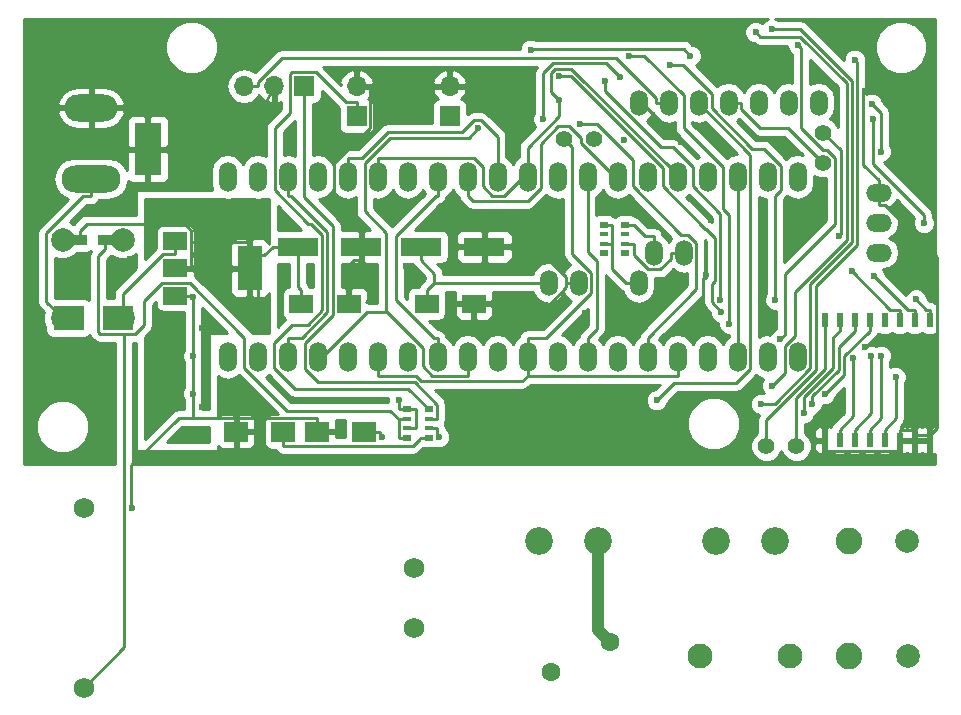
<source format=gbr>
G04 #@! TF.FileFunction,Copper,L2,Bot,Signal*
%FSLAX46Y46*%
G04 Gerber Fmt 4.6, Leading zero omitted, Abs format (unit mm)*
G04 Created by KiCad (PCBNEW 4.0.4-stable) date 07/15/18 19:45:34*
%MOMM*%
%LPD*%
G01*
G04 APERTURE LIST*
%ADD10C,0.100000*%
%ADD11O,1.524000X2.524000*%
%ADD12R,3.500000X1.600000*%
%ADD13R,2.000000X1.600000*%
%ADD14O,5.000000X2.300000*%
%ADD15R,2.300000X4.500000*%
%ADD16O,4.500000X2.300000*%
%ADD17R,2.000000X1.700000*%
%ADD18C,2.000000*%
%ADD19R,2.650000X2.030000*%
%ADD20C,2.350000*%
%ADD21R,1.200000X0.900000*%
%ADD22C,2.250000*%
%ADD23R,1.700000X1.700000*%
%ADD24O,1.700000X1.700000*%
%ADD25R,0.800000X0.500000*%
%ADD26R,0.800000X0.400000*%
%ADD27C,1.600000*%
%ADD28R,2.000000X3.800000*%
%ADD29R,2.000000X1.500000*%
%ADD30R,0.508000X1.143000*%
%ADD31C,2.100000*%
%ADD32O,1.501140X2.199640*%
%ADD33O,2.199640X1.501140*%
%ADD34C,1.750000*%
%ADD35C,1.400000*%
%ADD36C,0.600000*%
%ADD37C,0.250000*%
%ADD38C,1.000000*%
%ADD39C,0.254000*%
G04 APERTURE END LIST*
D10*
D11*
X139700000Y-86296500D03*
X142240000Y-86296500D03*
X144780000Y-86296500D03*
X147320000Y-86296500D03*
X149860000Y-86296500D03*
X149860000Y-71056500D03*
X147320000Y-71056500D03*
X144780000Y-71056500D03*
X142240000Y-71056500D03*
X139700000Y-71056500D03*
X152400000Y-86296500D03*
X154940000Y-86296500D03*
X157480000Y-86296500D03*
X160020000Y-86296500D03*
X162560000Y-86296500D03*
X162560000Y-71056500D03*
X160020000Y-71056500D03*
X157480000Y-71056500D03*
X154940000Y-71056500D03*
X152400000Y-71056500D03*
X165100000Y-86296500D03*
X167640000Y-86296500D03*
X170180000Y-86296500D03*
X172720000Y-86296500D03*
X175260000Y-86296500D03*
X175260000Y-71056500D03*
X172720000Y-71056500D03*
X170180000Y-71056500D03*
X167640000Y-71056500D03*
X165100000Y-71056500D03*
X177800000Y-86296500D03*
X180340000Y-86296500D03*
X182880000Y-86296500D03*
X185420000Y-86296500D03*
X187960000Y-86296500D03*
X187960000Y-71056500D03*
X185420000Y-71056500D03*
X182880000Y-71056500D03*
X180340000Y-71056500D03*
X177800000Y-71056500D03*
D12*
X156050000Y-76962000D03*
X161450000Y-76962000D03*
D13*
X156560000Y-81788000D03*
X160560000Y-81788000D03*
D12*
X145636000Y-76962000D03*
X151036000Y-76962000D03*
D13*
X145955000Y-81788000D03*
X149955000Y-81788000D03*
D14*
X128143000Y-71221500D03*
D15*
X132943000Y-68721500D03*
D16*
X128143000Y-65221500D03*
D17*
X140430000Y-92646500D03*
X144430000Y-92646500D03*
X147288000Y-92646500D03*
X151288000Y-92646500D03*
D18*
X125730000Y-82994500D03*
X130810000Y-82984500D03*
D19*
X126244000Y-82994500D03*
X130424000Y-82994500D03*
D20*
X171055000Y-101854000D03*
X166055000Y-101854000D03*
X181055000Y-101854000D03*
X186055000Y-101854000D03*
D21*
X127170000Y-76390500D03*
X129370000Y-76390500D03*
D18*
X125730000Y-76390500D03*
X130810000Y-76380500D03*
X197214000Y-101854000D03*
D22*
X192294000Y-101854000D03*
D18*
X197278000Y-111633000D03*
D22*
X192358000Y-111633000D03*
D23*
X158496000Y-65913000D03*
D24*
X158496000Y-63373000D03*
D23*
X150622000Y-65913000D03*
D24*
X150622000Y-63373000D03*
D25*
X154929000Y-93148000D03*
D26*
X154929000Y-91548000D03*
X154929000Y-92348000D03*
D25*
X154929000Y-90748000D03*
D26*
X156729000Y-92348000D03*
D25*
X156729000Y-93148000D03*
D26*
X156729000Y-91548000D03*
D25*
X156729000Y-90748000D03*
X171566000Y-77527000D03*
D26*
X171566000Y-75927000D03*
X171566000Y-76727000D03*
D25*
X171566000Y-75127000D03*
D26*
X173366000Y-76727000D03*
D25*
X173366000Y-77527000D03*
D26*
X173366000Y-75927000D03*
D25*
X173366000Y-75127000D03*
D27*
X167068000Y-112966000D03*
X172068000Y-110466000D03*
D28*
X141580000Y-78803500D03*
D29*
X135280000Y-78803500D03*
X135280000Y-76503500D03*
X135280000Y-81103500D03*
D30*
X199136000Y-93345000D03*
X197866000Y-93345000D03*
X196596000Y-93345000D03*
X195326000Y-93345000D03*
X194056000Y-93345000D03*
X192786000Y-93345000D03*
X191516000Y-93345000D03*
X190246000Y-93345000D03*
X190246000Y-83185000D03*
X191516000Y-83185000D03*
X192786000Y-83185000D03*
X194056000Y-83185000D03*
X195326000Y-83185000D03*
X196596000Y-83185000D03*
X197866000Y-83185000D03*
X199136000Y-83185000D03*
D31*
X179705000Y-111633000D03*
X187325000Y-111633000D03*
D32*
X174498000Y-64770000D03*
X177038000Y-64770000D03*
X179578000Y-64770000D03*
X182118000Y-64770000D03*
X184658000Y-64770000D03*
X187198000Y-64770000D03*
X189738000Y-64770000D03*
X174498000Y-80010000D03*
X169418000Y-80010000D03*
X166878000Y-80010000D03*
X178308000Y-77470000D03*
X175768000Y-77470000D03*
D33*
X194818000Y-77470000D03*
X194818000Y-74930000D03*
X194818000Y-72390000D03*
D34*
X127508000Y-99060000D03*
X127508000Y-114300000D03*
X155448000Y-104140000D03*
X155448000Y-109220000D03*
D23*
X146177000Y-63373000D03*
D24*
X143637000Y-63373000D03*
X141097000Y-63373000D03*
D35*
X185293000Y-93853000D03*
X187833000Y-93853000D03*
X190119000Y-69850000D03*
X190119000Y-67310000D03*
X170688000Y-67818000D03*
X168148000Y-67818000D03*
D36*
X160933100Y-66914600D03*
X169559800Y-66596300D03*
X167741000Y-64530400D03*
X137541000Y-92456000D03*
X137541000Y-90551000D03*
X139065000Y-83820000D03*
X134366000Y-83820000D03*
X135890000Y-83820000D03*
X137541000Y-83820000D03*
X142240000Y-83820000D03*
X140462000Y-82169000D03*
X139192000Y-80772000D03*
X138430000Y-78994000D03*
X138430000Y-77724000D03*
X138430000Y-75946000D03*
X140589000Y-74930000D03*
X139319000Y-74803000D03*
X137668000Y-74803000D03*
X135636000Y-74803000D03*
X133350000Y-74803000D03*
X133350000Y-73533000D03*
X135509000Y-73533000D03*
X137668000Y-73533000D03*
X139827000Y-73533000D03*
X141732000Y-73533000D03*
X142621000Y-74676000D03*
X157638400Y-93067600D03*
X152815400Y-93067600D03*
X194228900Y-64862000D03*
X194995000Y-68906900D03*
X176038000Y-89963200D03*
X154203700Y-89963200D03*
X194400900Y-79408000D03*
X192555500Y-79023500D03*
X180594000Y-74676000D03*
X185039000Y-74295000D03*
X152146000Y-89916000D03*
X145161000Y-89916000D03*
X140462000Y-89662000D03*
X193675000Y-85471000D03*
X175641000Y-75184000D03*
X171323000Y-73406000D03*
X167767000Y-73533000D03*
X180213000Y-79375000D03*
X179959000Y-82677000D03*
X172974000Y-82169000D03*
X177165000Y-79629000D03*
X175768000Y-82169000D03*
X179070000Y-84836000D03*
X169926000Y-82550000D03*
X197612000Y-64262000D03*
X191262000Y-65659000D03*
X173228000Y-67945000D03*
X181102000Y-68072000D03*
X178054000Y-68072000D03*
X186182000Y-68072000D03*
X131445000Y-77978000D03*
X127762000Y-81026000D03*
X142367000Y-68072000D03*
X145034000Y-67945000D03*
X148209000Y-67945000D03*
X144526000Y-74930000D03*
X149860000Y-74803000D03*
X146685000Y-79692500D03*
X144526000Y-79692500D03*
X154813000Y-78584800D03*
X153289000Y-74422000D03*
X156972000Y-74930000D03*
X189992000Y-71628000D03*
X187833000Y-74295000D03*
X136779000Y-89408000D03*
X136794100Y-86233000D03*
X131599900Y-99060000D03*
X149931100Y-78584800D03*
X136794100Y-81253200D03*
X193682200Y-63745200D03*
X197988100Y-81414300D03*
X184404000Y-58803700D03*
X185790000Y-88719100D03*
X171630200Y-62899600D03*
X181439800Y-81482900D03*
X185786000Y-58561900D03*
X184848800Y-90272100D03*
X167762800Y-62531600D03*
X181519300Y-82522800D03*
X186515300Y-84786000D03*
X188006100Y-59904800D03*
X182154800Y-83513000D03*
X173732100Y-60836900D03*
X172898600Y-62628500D03*
X166434600Y-66163100D03*
X192795500Y-61129100D03*
X177188100Y-61579000D03*
X186065000Y-81458500D03*
X178898800Y-60795200D03*
X165367600Y-60277500D03*
X191479500Y-76042400D03*
X198670200Y-74984500D03*
X194369600Y-66191200D03*
X194218800Y-86208400D03*
X192640300Y-86385700D03*
X195019200Y-86184500D03*
X196265900Y-87991700D03*
X189198700Y-90278000D03*
X190274400Y-89454800D03*
X188520300Y-91068700D03*
D37*
X165100000Y-86296500D02*
X165100000Y-87883800D01*
X152400000Y-86296500D02*
X152400000Y-87883800D01*
X177800000Y-86296500D02*
X177800000Y-87883800D01*
X166687300Y-84709200D02*
X165100000Y-84709200D01*
X170494000Y-80902500D02*
X166687300Y-84709200D01*
X170494000Y-79193800D02*
X170494000Y-80902500D01*
X168883300Y-77583100D02*
X170494000Y-79193800D01*
X168883300Y-68553300D02*
X168883300Y-77583100D01*
X168148000Y-67818000D02*
X168883300Y-68553300D01*
X165100000Y-86296500D02*
X165100000Y-84709200D01*
X177800000Y-87883800D02*
X165100000Y-87883800D01*
X155623500Y-87883800D02*
X152400000Y-87883800D01*
X156089900Y-88350200D02*
X155623500Y-87883800D01*
X164633600Y-88350200D02*
X156089900Y-88350200D01*
X165100000Y-87883800D02*
X164633600Y-88350200D01*
X144780000Y-86296500D02*
X144780000Y-84709200D01*
X144780000Y-71056500D02*
X144780000Y-72643800D01*
X145098400Y-72643800D02*
X144780000Y-72643800D01*
X148164900Y-75710300D02*
X145098400Y-72643800D01*
X148164900Y-82536600D02*
X148164900Y-75710300D01*
X145992300Y-84709200D02*
X148164900Y-82536600D01*
X144780000Y-84709200D02*
X145992300Y-84709200D01*
X160020000Y-86296500D02*
X160020000Y-87883800D01*
X151478600Y-82524500D02*
X153120400Y-82524500D01*
X147706600Y-86296500D02*
X151478600Y-82524500D01*
X147320000Y-86296500D02*
X147706600Y-86296500D01*
X157009100Y-87883800D02*
X160020000Y-87883800D01*
X156210000Y-87084700D02*
X157009100Y-87883800D01*
X156210000Y-85522400D02*
X156210000Y-87084700D01*
X153212100Y-82524500D02*
X156210000Y-85522400D01*
X153120400Y-82524500D02*
X153212100Y-82524500D01*
X160107000Y-67740700D02*
X160933100Y-66914600D01*
X153446700Y-67740700D02*
X160107000Y-67740700D01*
X151312600Y-69874800D02*
X153446700Y-67740700D01*
X151312600Y-73967000D02*
X151312600Y-69874800D01*
X153120400Y-75774800D02*
X151312600Y-73967000D01*
X153120400Y-82524500D02*
X153120400Y-75774800D01*
X170980000Y-66596300D02*
X169559800Y-66596300D01*
X173990000Y-69606300D02*
X170980000Y-66596300D01*
X173990000Y-71845400D02*
X173990000Y-69606300D01*
X178083000Y-75938400D02*
X173990000Y-71845400D01*
X178661500Y-75938400D02*
X178083000Y-75938400D01*
X179405000Y-76681900D02*
X178661500Y-75938400D01*
X179405000Y-80564200D02*
X179405000Y-76681900D01*
X175260000Y-84709200D02*
X179405000Y-80564200D01*
X175260000Y-86296500D02*
X175260000Y-84709200D01*
X162560000Y-67651900D02*
X162560000Y-71056500D01*
X161147500Y-66239400D02*
X162560000Y-67651900D01*
X160582800Y-66239400D02*
X161147500Y-66239400D01*
X159531900Y-67290300D02*
X160582800Y-66239400D01*
X153260200Y-67290300D02*
X159531900Y-67290300D01*
X151081300Y-69469200D02*
X153260200Y-67290300D01*
X149860000Y-69469200D02*
X151081300Y-69469200D01*
X149860000Y-71056500D02*
X149860000Y-69469200D01*
X160020000Y-71056500D02*
X160020000Y-72643800D01*
X172467100Y-71056500D02*
X172720000Y-71056500D01*
X169607200Y-68196600D02*
X172467100Y-71056500D01*
X169607200Y-67762100D02*
X169607200Y-68196600D01*
X168633000Y-66787900D02*
X169607200Y-67762100D01*
X167722400Y-66787900D02*
X168633000Y-66787900D01*
X166256700Y-68253600D02*
X167722400Y-66787900D01*
X166256700Y-71962000D02*
X166256700Y-68253600D01*
X165124600Y-73094100D02*
X166256700Y-71962000D01*
X160470300Y-73094100D02*
X165124600Y-73094100D01*
X160020000Y-72643800D02*
X160470300Y-73094100D01*
X165100000Y-71056500D02*
X165100000Y-70646100D01*
X165100000Y-70646100D02*
X165100000Y-69469200D01*
X160541900Y-69469200D02*
X152400000Y-69469200D01*
X161290000Y-70217300D02*
X160541900Y-69469200D01*
X161290000Y-71863400D02*
X161290000Y-70217300D01*
X162070400Y-72643800D02*
X161290000Y-71863400D01*
X163102300Y-72643800D02*
X162070400Y-72643800D01*
X165100000Y-70646100D02*
X163102300Y-72643800D01*
X152400000Y-71056500D02*
X152400000Y-69469200D01*
X167741000Y-65939000D02*
X167741000Y-64530400D01*
X165100000Y-68580000D02*
X167741000Y-65939000D01*
X165100000Y-69469200D02*
X165100000Y-68580000D01*
X177800000Y-70918200D02*
X177800000Y-71056500D01*
X168770000Y-61888200D02*
X177800000Y-70918200D01*
X167449300Y-61888200D02*
X168770000Y-61888200D01*
X167084000Y-62253500D02*
X167449300Y-61888200D01*
X167084000Y-63873400D02*
X167084000Y-62253500D01*
X167741000Y-64530400D02*
X167084000Y-63873400D01*
X157480000Y-71056500D02*
X157480000Y-72643800D01*
X157480000Y-86296500D02*
X157480000Y-84709200D01*
X157182400Y-84709200D02*
X157480000Y-84709200D01*
X153974600Y-81501400D02*
X157182400Y-84709200D01*
X153974600Y-76022600D02*
X153974600Y-81501400D01*
X157353400Y-72643800D02*
X153974600Y-76022600D01*
X157480000Y-72643800D02*
X157353400Y-72643800D01*
X170180000Y-86296500D02*
X170180000Y-84709200D01*
X170180000Y-71056500D02*
X170180000Y-72643800D01*
X170180000Y-77404800D02*
X170180000Y-72643800D01*
X170965900Y-78190700D02*
X170180000Y-77404800D01*
X170965900Y-83923300D02*
X170965900Y-78190700D01*
X170180000Y-84709200D02*
X170965900Y-83923300D01*
X182880000Y-86296500D02*
X182880000Y-84709200D01*
X182880000Y-71056500D02*
X182880000Y-72643800D01*
X182880000Y-84709200D02*
X182880000Y-72643800D01*
X137541000Y-83820000D02*
X137541000Y-90551000D01*
X135890000Y-83820000D02*
X134366000Y-83820000D01*
X139065000Y-83820000D02*
X137541000Y-83820000D01*
X142240000Y-83820000D02*
X142240000Y-79463500D01*
X142240000Y-79463500D02*
X141580000Y-78803500D01*
X141580000Y-78803500D02*
X141580000Y-75717000D01*
X142113000Y-83820000D02*
X142240000Y-83820000D01*
X140462000Y-82169000D02*
X142113000Y-83820000D01*
X139192000Y-79756000D02*
X139192000Y-80772000D01*
X138430000Y-78994000D02*
X139192000Y-79756000D01*
X138430000Y-75946000D02*
X138430000Y-77724000D01*
X139446000Y-74930000D02*
X140589000Y-74930000D01*
X139319000Y-74803000D02*
X139446000Y-74930000D01*
X135636000Y-74803000D02*
X137668000Y-74803000D01*
X133350000Y-73533000D02*
X133350000Y-74803000D01*
X137668000Y-73533000D02*
X135509000Y-73533000D01*
X141732000Y-73533000D02*
X139827000Y-73533000D01*
X142748000Y-74549000D02*
X142621000Y-74676000D01*
X141580000Y-75717000D02*
X142748000Y-74549000D01*
X135280000Y-78803500D02*
X136605300Y-78803500D01*
X127170000Y-76390500D02*
X125730000Y-76390500D01*
X127170000Y-76390500D02*
X127170000Y-75615200D01*
X136605300Y-76578200D02*
X141580000Y-76578200D01*
X136605300Y-75588700D02*
X136605300Y-76578200D01*
X136027600Y-75011000D02*
X136605300Y-75588700D01*
X127774200Y-75011000D02*
X136027600Y-75011000D01*
X127170000Y-75615200D02*
X127774200Y-75011000D01*
X136605300Y-76578200D02*
X136605300Y-78803500D01*
X141580000Y-78803500D02*
X141580000Y-77690800D01*
X141580000Y-77690800D02*
X141580000Y-76578200D01*
X142831900Y-77690800D02*
X143560700Y-76962000D01*
X141580000Y-77690800D02*
X142831900Y-77690800D01*
X145636000Y-76962000D02*
X143560700Y-76962000D01*
X145636000Y-80343700D02*
X145636000Y-76962000D01*
X145955000Y-80662700D02*
X145636000Y-80343700D01*
X145955000Y-81788000D02*
X145955000Y-80662700D01*
X128143000Y-71221500D02*
X128143000Y-72696800D01*
X126244000Y-82994500D02*
X125730000Y-82994500D01*
X127497600Y-72696800D02*
X128143000Y-72696800D01*
X124358700Y-75835700D02*
X127497600Y-72696800D01*
X124358700Y-81623200D02*
X124358700Y-75835700D01*
X125730000Y-82994500D02*
X124358700Y-81623200D01*
X155401800Y-93821800D02*
X144430000Y-93821800D01*
X156003700Y-93219900D02*
X155401800Y-93821800D01*
X156003700Y-93148000D02*
X156003700Y-93219900D01*
X156729000Y-93148000D02*
X156003700Y-93148000D01*
X144430000Y-92646500D02*
X144430000Y-93821800D01*
X152613300Y-92865500D02*
X152613300Y-92646500D01*
X152815400Y-93067600D02*
X152613300Y-92865500D01*
X151288000Y-92646500D02*
X152613300Y-92646500D01*
X157454300Y-92883500D02*
X157638400Y-93067600D01*
X157454300Y-92348000D02*
X157454300Y-92883500D01*
X156729000Y-92348000D02*
X157454300Y-92348000D01*
D38*
X171055000Y-109453000D02*
X171055000Y-101854000D01*
X172068000Y-110466000D02*
X171055000Y-109453000D01*
D37*
X156729000Y-91548000D02*
X157454300Y-91548000D01*
X146177000Y-72767100D02*
X146177000Y-63373000D01*
X148615200Y-75205300D02*
X146177000Y-72767100D01*
X148615200Y-82723200D02*
X148615200Y-75205300D01*
X146225000Y-85113400D02*
X148615200Y-82723200D01*
X146225000Y-87312100D02*
X146225000Y-85113400D01*
X147350200Y-88437300D02*
X146225000Y-87312100D01*
X155540100Y-88437300D02*
X147350200Y-88437300D01*
X157454300Y-90351500D02*
X155540100Y-88437300D01*
X157454300Y-91548000D02*
X157454300Y-90351500D01*
X149705000Y-64737700D02*
X150622000Y-64737700D01*
X147164900Y-62197600D02*
X149705000Y-64737700D01*
X145148500Y-62197600D02*
X147164900Y-62197600D01*
X145001600Y-62344500D02*
X145148500Y-62197600D01*
X145001600Y-65628400D02*
X145001600Y-62344500D01*
X143684500Y-66945500D02*
X145001600Y-65628400D01*
X143684500Y-72200400D02*
X143684500Y-66945500D01*
X146501700Y-75017600D02*
X143684500Y-72200400D01*
X146755900Y-75017600D02*
X146501700Y-75017600D01*
X147714600Y-75976300D02*
X146755900Y-75017600D01*
X147714600Y-82350000D02*
X147714600Y-75976300D01*
X146476900Y-83587700D02*
X147714600Y-82350000D01*
X145202800Y-83587700D02*
X146476900Y-83587700D01*
X143659900Y-85130600D02*
X145202800Y-83587700D01*
X143659900Y-87272500D02*
X143659900Y-85130600D01*
X145373100Y-88985700D02*
X143659900Y-87272500D01*
X154966700Y-88985700D02*
X145373100Y-88985700D01*
X156729000Y-90748000D02*
X154966700Y-88985700D01*
X150622000Y-65913000D02*
X150622000Y-64737700D01*
X175962100Y-64363100D02*
X175962100Y-64770000D01*
X172586500Y-60987500D02*
X175962100Y-64363100D01*
X144290500Y-60987500D02*
X172586500Y-60987500D01*
X142272300Y-63005700D02*
X144290500Y-60987500D01*
X142272300Y-63373000D02*
X142272300Y-63005700D01*
X141097000Y-63373000D02*
X142272300Y-63373000D01*
X177038000Y-64770000D02*
X175962100Y-64770000D01*
X182118000Y-64770000D02*
X183193900Y-64770000D01*
X187166200Y-66897200D02*
X190119000Y-69850000D01*
X184783100Y-66897200D02*
X187166200Y-66897200D01*
X183193900Y-65308000D02*
X184783100Y-66897200D01*
X183193900Y-64770000D02*
X183193900Y-65308000D01*
X194995000Y-65628000D02*
X194995000Y-68906900D01*
X194994900Y-65628000D02*
X194995000Y-65628000D01*
X194228900Y-64862000D02*
X194994900Y-65628000D01*
X155654300Y-90748000D02*
X155654300Y-92348000D01*
X154929000Y-92348000D02*
X155654300Y-92348000D01*
X154929000Y-90748000D02*
X155654300Y-90748000D01*
X177522900Y-88478300D02*
X176038000Y-89963200D01*
X182790500Y-88478300D02*
X177522900Y-88478300D01*
X183970700Y-87298100D02*
X182790500Y-88478300D01*
X183970700Y-69162700D02*
X183970700Y-87298100D01*
X179578000Y-64770000D02*
X183970700Y-69162700D01*
X154929000Y-90748000D02*
X154203700Y-90748000D01*
X154203700Y-90748000D02*
X154203700Y-89963200D01*
X197281100Y-82288200D02*
X197866000Y-82288200D01*
X194400900Y-79408000D02*
X197281100Y-82288200D01*
X197866000Y-83185000D02*
X197866000Y-82288200D01*
X174091300Y-77698300D02*
X174091300Y-76727000D01*
X175288500Y-78895500D02*
X174091300Y-77698300D01*
X176344500Y-78895500D02*
X175288500Y-78895500D01*
X177232100Y-78007900D02*
X176344500Y-78895500D01*
X177232100Y-77470000D02*
X177232100Y-78007900D01*
X178308000Y-77470000D02*
X177232100Y-77470000D01*
X173366000Y-76727000D02*
X174091300Y-76727000D01*
X175009100Y-76044800D02*
X174091300Y-75127000D01*
X175768000Y-76044800D02*
X175009100Y-76044800D01*
X173366000Y-75127000D02*
X174091300Y-75127000D01*
X175768000Y-77470000D02*
X175768000Y-76044800D01*
X195820200Y-82288200D02*
X192555500Y-79023500D01*
X196596000Y-82288200D02*
X195820200Y-82288200D01*
X196596000Y-83185000D02*
X196596000Y-82288200D01*
X156560000Y-81788000D02*
X156560000Y-80662700D01*
X156050000Y-76962000D02*
X156050000Y-78087300D01*
X157212700Y-79250000D02*
X156050000Y-78087300D01*
X157212700Y-80010000D02*
X157212700Y-79250000D01*
X166878000Y-80010000D02*
X157212700Y-80010000D01*
X157212700Y-80010000D02*
X156560000Y-80662700D01*
X135280000Y-76503500D02*
X135280000Y-77578800D01*
X134204700Y-77578800D02*
X135280000Y-77578800D01*
X130810000Y-80973500D02*
X134204700Y-77578800D01*
X130810000Y-82984500D02*
X130810000Y-80973500D01*
X130434000Y-82984500D02*
X130424000Y-82994500D01*
X130810000Y-82984500D02*
X130434000Y-82984500D01*
X180594000Y-74676000D02*
X178816000Y-72898000D01*
X185039000Y-74295000D02*
X185039000Y-79629000D01*
X185039000Y-73406000D02*
X185039000Y-74295000D01*
X140430000Y-92646500D02*
X140430000Y-89694000D01*
X145161000Y-89916000D02*
X152146000Y-89916000D01*
X140430000Y-89694000D02*
X140462000Y-89662000D01*
X194056000Y-85090000D02*
X193675000Y-85471000D01*
X199734500Y-85090000D02*
X194056000Y-85090000D01*
X199734500Y-85090000D02*
X199734500Y-77844500D01*
X161450000Y-76962000D02*
X165803300Y-76962000D01*
X165803300Y-76962000D02*
X167767000Y-74998300D01*
X173990000Y-73533000D02*
X175641000Y-75184000D01*
X171450000Y-73533000D02*
X173990000Y-73533000D01*
X171323000Y-73406000D02*
X171450000Y-73533000D01*
X167767000Y-74998300D02*
X167767000Y-73533000D01*
X179959000Y-82677000D02*
X179959000Y-83947000D01*
X180213000Y-79375000D02*
X179959000Y-79629000D01*
X179959000Y-79629000D02*
X179959000Y-82677000D01*
X177165000Y-80772000D02*
X177165000Y-79629000D01*
X175768000Y-82169000D02*
X177165000Y-80772000D01*
X179959000Y-83947000D02*
X179070000Y-84836000D01*
X197095200Y-63745200D02*
X197612000Y-64262000D01*
X193682200Y-63745200D02*
X197095200Y-63745200D01*
X178054000Y-68072000D02*
X174752000Y-64770000D01*
X174498000Y-64770000D02*
X174752000Y-64770000D01*
X142367000Y-65786000D02*
X142367000Y-65786000D01*
X142367000Y-65786000D02*
X142367000Y-68072000D01*
X142367000Y-65786000D02*
X143637000Y-63373000D01*
X149994650Y-74795350D02*
X149867650Y-74795350D01*
X149867650Y-74795350D02*
X149860000Y-74803000D01*
X146685000Y-79692500D02*
X146685000Y-79629000D01*
X144526000Y-79692500D02*
X144526000Y-79629000D01*
X154813000Y-78584800D02*
X154813000Y-78613000D01*
X161450000Y-76962000D02*
X161450000Y-75090000D01*
X161290000Y-74930000D02*
X156972000Y-74930000D01*
X161450000Y-75090000D02*
X161290000Y-74930000D01*
X189992000Y-72136000D02*
X189992000Y-71628000D01*
X187833000Y-74295000D02*
X189992000Y-72136000D01*
X136779000Y-89408000D02*
X136794100Y-89408000D01*
X169418000Y-80010000D02*
X168342100Y-80010000D01*
X140430000Y-92646500D02*
X140430000Y-91471200D01*
X147288000Y-92646500D02*
X147288000Y-91471200D01*
X140430000Y-91471200D02*
X147288000Y-91471200D01*
X168342100Y-79500800D02*
X168342100Y-80010000D01*
X165803300Y-76962000D02*
X168342100Y-79500800D01*
X149955000Y-81788000D02*
X149955000Y-80662700D01*
X133255500Y-68721500D02*
X134418300Y-68721500D01*
X137321500Y-65818300D02*
X134418300Y-68721500D01*
X142367000Y-65818300D02*
X137321500Y-65818300D01*
X143637000Y-63373000D02*
X142367000Y-65818300D01*
X196596000Y-93345000D02*
X196596000Y-92448200D01*
X190246000Y-94241800D02*
X196596000Y-94241800D01*
X190246000Y-93345000D02*
X190246000Y-94241800D01*
X196596000Y-93345000D02*
X196596000Y-94241800D01*
X197866000Y-92448200D02*
X196596000Y-92448200D01*
X149955000Y-78608700D02*
X149955000Y-80662700D01*
X149931100Y-78584800D02*
X149955000Y-78608700D01*
X150428600Y-78087300D02*
X149931100Y-78584800D01*
X151036000Y-78087300D02*
X150428600Y-78087300D01*
X151036000Y-76962000D02*
X151036000Y-78087300D01*
X151036000Y-76962000D02*
X151036000Y-75836700D01*
X148731600Y-73532300D02*
X149994650Y-74795350D01*
X149994650Y-74795350D02*
X151036000Y-75836700D01*
X148731600Y-69885100D02*
X148731600Y-73532300D01*
X151214300Y-67402400D02*
X148731600Y-69885100D01*
X151296800Y-67402400D02*
X151214300Y-67402400D01*
X151801700Y-66897500D02*
X151296800Y-67402400D01*
X151801700Y-63373000D02*
X151801700Y-66897500D01*
X158496000Y-63373000D02*
X151801700Y-63373000D01*
X151801700Y-63373000D02*
X150622000Y-63373000D01*
X135280000Y-81103500D02*
X136605300Y-81103500D01*
X136644400Y-81103500D02*
X136794100Y-81253200D01*
X136605300Y-81103500D02*
X136644400Y-81103500D01*
X136794100Y-91471200D02*
X136794100Y-89408000D01*
X136794100Y-89408000D02*
X136794100Y-86233000D01*
X136794100Y-86233000D02*
X136794100Y-81253200D01*
X140430000Y-91471200D02*
X136794100Y-91471200D01*
X131548400Y-99008500D02*
X131599900Y-99060000D01*
X131548400Y-95485700D02*
X131548400Y-99008500D01*
X135562900Y-91471200D02*
X131548400Y-95485700D01*
X136794100Y-91471200D02*
X135562900Y-91471200D01*
X166972200Y-81788000D02*
X160560000Y-81788000D01*
X168342100Y-80418100D02*
X166972200Y-81788000D01*
X168342100Y-80010000D02*
X168342100Y-80418100D01*
X197866000Y-93345000D02*
X197866000Y-92896600D01*
X197866000Y-92896600D02*
X197866000Y-92448200D01*
X199136000Y-93345000D02*
X199136000Y-92896600D01*
X195355900Y-73465900D02*
X194818000Y-73465900D01*
X199734500Y-77844500D02*
X195355900Y-73465900D01*
X199734500Y-92298100D02*
X199734500Y-85090000D01*
X199136000Y-92896600D02*
X199734500Y-92298100D01*
X194818000Y-72390000D02*
X194818000Y-73465900D01*
X197866000Y-92896600D02*
X199136000Y-92896600D01*
X133255500Y-68721500D02*
X132943000Y-68721500D01*
X130205000Y-67458800D02*
X128143000Y-67458800D01*
X131467700Y-68721500D02*
X130205000Y-67458800D01*
X132943000Y-68721500D02*
X131467700Y-68721500D01*
X128143000Y-65221500D02*
X128143000Y-67458800D01*
X193534900Y-63892500D02*
X193682200Y-63745200D01*
X193534900Y-70031000D02*
X193534900Y-63892500D01*
X194818000Y-71314100D02*
X193534900Y-70031000D01*
X194818000Y-72390000D02*
X194818000Y-71314100D01*
X199136000Y-83185000D02*
X199136000Y-82288200D01*
X129370000Y-76390500D02*
X129370000Y-77165800D01*
X154203700Y-91548000D02*
X154203700Y-93148000D01*
X154929000Y-93148000D02*
X154203700Y-93148000D01*
X154929000Y-91548000D02*
X154263300Y-91548000D01*
X154263300Y-91548000D02*
X154203700Y-91548000D01*
X130945400Y-110862600D02*
X130945400Y-84337900D01*
X127508000Y-114300000D02*
X130945400Y-110862600D01*
X128773600Y-77762200D02*
X129370000Y-77165800D01*
X128773600Y-84202200D02*
X128773600Y-77762200D01*
X128909300Y-84337900D02*
X128773600Y-84202200D01*
X130945400Y-84337900D02*
X128909300Y-84337900D01*
X130305300Y-76380500D02*
X130295300Y-76390500D01*
X130810000Y-76380500D02*
X130305300Y-76380500D01*
X129370000Y-76390500D02*
X130295300Y-76390500D01*
X198862000Y-82288200D02*
X197988100Y-81414300D01*
X199136000Y-82288200D02*
X198862000Y-82288200D01*
X153498200Y-90842500D02*
X154203700Y-91548000D01*
X144734600Y-90842500D02*
X153498200Y-90842500D01*
X141129300Y-87237200D02*
X144734600Y-90842500D01*
X141129300Y-84671000D02*
X141129300Y-87237200D01*
X136486400Y-80028100D02*
X141129300Y-84671000D01*
X134144600Y-80028100D02*
X136486400Y-80028100D01*
X132594800Y-81577900D02*
X134144600Y-80028100D01*
X132594800Y-83638100D02*
X132594800Y-81577900D01*
X131895000Y-84337900D02*
X132594800Y-83638100D01*
X130945400Y-84337900D02*
X131895000Y-84337900D01*
X172291300Y-78879200D02*
X172291300Y-76727000D01*
X173422100Y-80010000D02*
X172291300Y-78879200D01*
X174498000Y-80010000D02*
X173422100Y-80010000D01*
X171566000Y-76727000D02*
X172291300Y-76727000D01*
X172291300Y-75127000D02*
X172291300Y-76727000D01*
X171566000Y-75127000D02*
X172291300Y-75127000D01*
X186872600Y-87636500D02*
X185790000Y-88719100D01*
X186872600Y-85346200D02*
X186872600Y-87636500D01*
X187718800Y-84500000D02*
X186872600Y-85346200D01*
X187718800Y-80820100D02*
X187718800Y-84500000D01*
X192117200Y-76421700D02*
X187718800Y-80820100D01*
X192117200Y-63126600D02*
X192117200Y-76421700D01*
X188209600Y-59219000D02*
X192117200Y-63126600D01*
X184819300Y-59219000D02*
X188209600Y-59219000D01*
X184404000Y-58803700D02*
X184819300Y-59219000D01*
X181439800Y-74206800D02*
X181439800Y-81482900D01*
X179070000Y-71837000D02*
X181439800Y-74206800D01*
X179070000Y-70218900D02*
X179070000Y-71837000D01*
X177390300Y-68539200D02*
X179070000Y-70218900D01*
X176382400Y-68539200D02*
X177390300Y-68539200D01*
X171630200Y-63787000D02*
X176382400Y-68539200D01*
X171630200Y-62899600D02*
X171630200Y-63787000D01*
X186025100Y-90272100D02*
X184848800Y-90272100D01*
X189056000Y-87241200D02*
X186025100Y-90272100D01*
X189056000Y-80119800D02*
X189056000Y-87241200D01*
X192567600Y-76608200D02*
X189056000Y-80119800D01*
X192567600Y-62928300D02*
X192567600Y-76608200D01*
X188201200Y-58561900D02*
X192567600Y-62928300D01*
X185786000Y-58561900D02*
X188201200Y-58561900D01*
X181519300Y-82522800D02*
X181519300Y-82459300D01*
X180213000Y-75438000D02*
X180134500Y-75438000D01*
X180975000Y-76200000D02*
X180213000Y-75438000D01*
X180975000Y-79883000D02*
X180975000Y-76200000D01*
X180721000Y-80137000D02*
X180975000Y-79883000D01*
X180721000Y-81661000D02*
X180721000Y-80137000D01*
X181519300Y-82459300D02*
X180721000Y-81661000D01*
X167762800Y-62531700D02*
X167762800Y-62531600D01*
X168776600Y-62531700D02*
X167762800Y-62531700D01*
X176530000Y-70285100D02*
X168776600Y-62531700D01*
X176530000Y-71833500D02*
X176530000Y-70285100D01*
X180134500Y-75438000D02*
X176530000Y-71833500D01*
X188280500Y-60179200D02*
X188006100Y-59904800D01*
X188280500Y-66921500D02*
X188280500Y-60179200D01*
X190098300Y-68739300D02*
X188280500Y-66921500D01*
X190458400Y-68739300D02*
X190098300Y-68739300D01*
X191164700Y-69445600D02*
X190458400Y-68739300D01*
X191164700Y-75002900D02*
X191164700Y-69445600D01*
X186868200Y-79299400D02*
X191164700Y-75002900D01*
X186868200Y-84433100D02*
X186868200Y-79299400D01*
X186515300Y-84786000D02*
X186868200Y-84433100D01*
X182154800Y-74284900D02*
X182154800Y-83513000D01*
X181610000Y-73740100D02*
X182154800Y-74284900D01*
X181610000Y-70221700D02*
X181610000Y-73740100D01*
X178308000Y-66919700D02*
X181610000Y-70221700D01*
X178308000Y-64147900D02*
X178308000Y-66919700D01*
X174997000Y-60836900D02*
X178308000Y-64147900D01*
X173732100Y-60836900D02*
X174997000Y-60836900D01*
X166434600Y-62266000D02*
X166434600Y-66163100D01*
X167262700Y-61437900D02*
X166434600Y-62266000D01*
X171708000Y-61437900D02*
X167262700Y-61437900D01*
X172898600Y-62628500D02*
X171708000Y-61437900D01*
X185293000Y-91641100D02*
X185293000Y-93853000D01*
X189506300Y-87427800D02*
X185293000Y-91641100D01*
X189506300Y-80306400D02*
X189506300Y-87427800D01*
X193018600Y-76794100D02*
X189506300Y-80306400D01*
X193018600Y-61352200D02*
X193018600Y-76794100D01*
X192795500Y-61129100D02*
X193018600Y-61352200D01*
X186065000Y-72643800D02*
X186065000Y-81458500D01*
X186555100Y-72153700D02*
X186065000Y-72643800D01*
X186555100Y-70134400D02*
X186555100Y-72153700D01*
X185081500Y-68660800D02*
X186555100Y-70134400D01*
X184105800Y-68660800D02*
X185081500Y-68660800D01*
X180688700Y-65243700D02*
X184105800Y-68660800D01*
X180688700Y-64009700D02*
X180688700Y-65243700D01*
X178258000Y-61579000D02*
X180688700Y-64009700D01*
X177188100Y-61579000D02*
X178258000Y-61579000D01*
X165437600Y-60207500D02*
X165367600Y-60277500D01*
X178311100Y-60207500D02*
X165437600Y-60207500D01*
X178898800Y-60795200D02*
X178311100Y-60207500D01*
X191615100Y-75906800D02*
X191479500Y-76042400D01*
X191615100Y-68806100D02*
X191615100Y-75906800D01*
X190119000Y-67310000D02*
X191615100Y-68806100D01*
X194369700Y-66191200D02*
X194369600Y-66191200D01*
X194369700Y-69951600D02*
X194369700Y-66191200D01*
X198670200Y-74252100D02*
X194369700Y-69951600D01*
X198670200Y-74984500D02*
X198670200Y-74252100D01*
X192786000Y-93345000D02*
X192786000Y-92448200D01*
X194218800Y-91015400D02*
X194218800Y-86208400D01*
X192786000Y-92448200D02*
X194218800Y-91015400D01*
X191516000Y-93345000D02*
X191516000Y-92448200D01*
X192628400Y-86397600D02*
X192640300Y-86385700D01*
X192628300Y-86397600D02*
X192628400Y-86397600D01*
X192628300Y-91335900D02*
X192628300Y-86397600D01*
X191516000Y-92448200D02*
X192628300Y-91335900D01*
X194056000Y-93345000D02*
X194056000Y-92448200D01*
X195019200Y-91485000D02*
X195019200Y-86184500D01*
X194056000Y-92448200D02*
X195019200Y-91485000D01*
X195326000Y-93345000D02*
X195326000Y-92448200D01*
X196265900Y-91508300D02*
X196265900Y-87991700D01*
X195326000Y-92448200D02*
X196265900Y-91508300D01*
X192786000Y-83185000D02*
X192786000Y-84081800D01*
X189198700Y-89646100D02*
X189198700Y-90278000D01*
X191433200Y-87411600D02*
X189198700Y-89646100D01*
X191433200Y-85434600D02*
X191433200Y-87411600D01*
X192786000Y-84081800D02*
X191433200Y-85434600D01*
X194056000Y-83185000D02*
X194056000Y-84081800D01*
X191883500Y-87845700D02*
X190274400Y-89454800D01*
X191883500Y-86254300D02*
X191883500Y-87845700D01*
X194056000Y-84081800D02*
X191883500Y-86254300D01*
X188520300Y-89687600D02*
X188520300Y-91068700D01*
X190982800Y-87225100D02*
X188520300Y-89687600D01*
X190982800Y-84615000D02*
X190982800Y-87225100D01*
X191516000Y-84081800D02*
X190982800Y-84615000D01*
X191516000Y-83185000D02*
X191516000Y-84081800D01*
X190246000Y-83185000D02*
X190246000Y-84081800D01*
X187833000Y-89738000D02*
X187833000Y-93853000D01*
X190246000Y-87325000D02*
X187833000Y-89738000D01*
X190246000Y-84081800D02*
X190246000Y-87325000D01*
D39*
G36*
X138112500Y-93535500D02*
X134573402Y-93535500D01*
X135877702Y-92231200D01*
X138112500Y-92231200D01*
X138112500Y-93535500D01*
X138112500Y-93535500D01*
G37*
X138112500Y-93535500D02*
X134573402Y-93535500D01*
X135877702Y-92231200D01*
X138112500Y-92231200D01*
X138112500Y-93535500D01*
G36*
X133632560Y-81853500D02*
X133676838Y-82088817D01*
X133815910Y-82304941D01*
X134028110Y-82449931D01*
X134280000Y-82500940D01*
X136034100Y-82500940D01*
X136034100Y-85670537D01*
X136001908Y-85702673D01*
X135859262Y-86046201D01*
X135858938Y-86418167D01*
X136000983Y-86761943D01*
X136034100Y-86795118D01*
X136034100Y-88830463D01*
X135986808Y-88877673D01*
X135844162Y-89221201D01*
X135843838Y-89593167D01*
X135985883Y-89936943D01*
X136034100Y-89985244D01*
X136034100Y-90711200D01*
X135562900Y-90711200D01*
X135272060Y-90769052D01*
X135025499Y-90933799D01*
X132715000Y-93244298D01*
X132715000Y-84592702D01*
X133132201Y-84175501D01*
X133296948Y-83928939D01*
X133354800Y-83638100D01*
X133354800Y-81892702D01*
X133632560Y-81614942D01*
X133632560Y-81853500D01*
X133632560Y-81853500D01*
G37*
X133632560Y-81853500D02*
X133676838Y-82088817D01*
X133815910Y-82304941D01*
X134028110Y-82449931D01*
X134280000Y-82500940D01*
X136034100Y-82500940D01*
X136034100Y-85670537D01*
X136001908Y-85702673D01*
X135859262Y-86046201D01*
X135858938Y-86418167D01*
X136000983Y-86761943D01*
X136034100Y-86795118D01*
X136034100Y-88830463D01*
X135986808Y-88877673D01*
X135844162Y-89221201D01*
X135843838Y-89593167D01*
X135985883Y-89936943D01*
X136034100Y-89985244D01*
X136034100Y-90711200D01*
X135562900Y-90711200D01*
X135272060Y-90769052D01*
X135025499Y-90933799D01*
X132715000Y-93244298D01*
X132715000Y-84592702D01*
X133132201Y-84175501D01*
X133296948Y-83928939D01*
X133354800Y-83638100D01*
X133354800Y-81892702D01*
X133632560Y-81614942D01*
X133632560Y-81853500D01*
G36*
X139647998Y-84264500D02*
X138239500Y-84264500D01*
X138190090Y-84274506D01*
X138148465Y-84302947D01*
X138121185Y-84345341D01*
X138112500Y-84391500D01*
X138112500Y-90711200D01*
X137554100Y-90711200D01*
X137554100Y-89955389D01*
X137571192Y-89938327D01*
X137713838Y-89594799D01*
X137714162Y-89222833D01*
X137572117Y-88879057D01*
X137554100Y-88861009D01*
X137554100Y-86795463D01*
X137586292Y-86763327D01*
X137728938Y-86419799D01*
X137729262Y-86047833D01*
X137587217Y-85704057D01*
X137554100Y-85670882D01*
X137554100Y-82170602D01*
X139647998Y-84264500D01*
X139647998Y-84264500D01*
G37*
X139647998Y-84264500D02*
X138239500Y-84264500D01*
X138190090Y-84274506D01*
X138148465Y-84302947D01*
X138121185Y-84345341D01*
X138112500Y-84391500D01*
X138112500Y-90711200D01*
X137554100Y-90711200D01*
X137554100Y-89955389D01*
X137571192Y-89938327D01*
X137713838Y-89594799D01*
X137714162Y-89222833D01*
X137572117Y-88879057D01*
X137554100Y-88861009D01*
X137554100Y-86795463D01*
X137586292Y-86763327D01*
X137728938Y-86419799D01*
X137729262Y-86047833D01*
X137587217Y-85704057D01*
X137554100Y-85670882D01*
X137554100Y-82170602D01*
X139647998Y-84264500D01*
G36*
X139700000Y-72990664D02*
X140165855Y-72898000D01*
X141774145Y-72898000D01*
X142240000Y-72990664D01*
X142705855Y-72898000D01*
X143192500Y-72898000D01*
X143192500Y-76722870D01*
X143118327Y-76543801D01*
X142939698Y-76365173D01*
X142706309Y-76268500D01*
X141865750Y-76268500D01*
X141707000Y-76427250D01*
X141707000Y-78676500D01*
X141727000Y-78676500D01*
X141727000Y-78930500D01*
X141707000Y-78930500D01*
X141707000Y-81179750D01*
X141865750Y-81338500D01*
X142706309Y-81338500D01*
X142939698Y-81241827D01*
X143118327Y-81063199D01*
X143192500Y-80884130D01*
X143192500Y-84264500D01*
X141754166Y-84264500D01*
X141666701Y-84133599D01*
X137023801Y-79490699D01*
X136915000Y-79418001D01*
X136915000Y-79089250D01*
X139945000Y-79089250D01*
X139945000Y-80829810D01*
X140041673Y-81063199D01*
X140220302Y-81241827D01*
X140453691Y-81338500D01*
X141294250Y-81338500D01*
X141453000Y-81179750D01*
X141453000Y-78930500D01*
X140103750Y-78930500D01*
X139945000Y-79089250D01*
X136915000Y-79089250D01*
X136756250Y-78930500D01*
X135407000Y-78930500D01*
X135407000Y-78950500D01*
X135153000Y-78950500D01*
X135153000Y-78930500D01*
X135133000Y-78930500D01*
X135133000Y-78676500D01*
X135153000Y-78676500D01*
X135153000Y-78656500D01*
X135407000Y-78656500D01*
X135407000Y-78676500D01*
X136756250Y-78676500D01*
X136915000Y-78517750D01*
X136915000Y-77927190D01*
X136818327Y-77693801D01*
X136776366Y-77651840D01*
X136876431Y-77505390D01*
X136927440Y-77253500D01*
X136927440Y-76777190D01*
X139945000Y-76777190D01*
X139945000Y-78517750D01*
X140103750Y-78676500D01*
X141453000Y-78676500D01*
X141453000Y-76427250D01*
X141294250Y-76268500D01*
X140453691Y-76268500D01*
X140220302Y-76365173D01*
X140041673Y-76543801D01*
X139945000Y-76777190D01*
X136927440Y-76777190D01*
X136927440Y-75753500D01*
X136883162Y-75518183D01*
X136744090Y-75302059D01*
X136531890Y-75157069D01*
X136280000Y-75106060D01*
X134280000Y-75106060D01*
X134044683Y-75150338D01*
X133828559Y-75289410D01*
X133683569Y-75501610D01*
X133632560Y-75753500D01*
X133632560Y-77076138D01*
X132715000Y-77993698D01*
X132715000Y-72898000D01*
X139234145Y-72898000D01*
X139700000Y-72990664D01*
X139700000Y-72990664D01*
G37*
X139700000Y-72990664D02*
X140165855Y-72898000D01*
X141774145Y-72898000D01*
X142240000Y-72990664D01*
X142705855Y-72898000D01*
X143192500Y-72898000D01*
X143192500Y-76722870D01*
X143118327Y-76543801D01*
X142939698Y-76365173D01*
X142706309Y-76268500D01*
X141865750Y-76268500D01*
X141707000Y-76427250D01*
X141707000Y-78676500D01*
X141727000Y-78676500D01*
X141727000Y-78930500D01*
X141707000Y-78930500D01*
X141707000Y-81179750D01*
X141865750Y-81338500D01*
X142706309Y-81338500D01*
X142939698Y-81241827D01*
X143118327Y-81063199D01*
X143192500Y-80884130D01*
X143192500Y-84264500D01*
X141754166Y-84264500D01*
X141666701Y-84133599D01*
X137023801Y-79490699D01*
X136915000Y-79418001D01*
X136915000Y-79089250D01*
X139945000Y-79089250D01*
X139945000Y-80829810D01*
X140041673Y-81063199D01*
X140220302Y-81241827D01*
X140453691Y-81338500D01*
X141294250Y-81338500D01*
X141453000Y-81179750D01*
X141453000Y-78930500D01*
X140103750Y-78930500D01*
X139945000Y-79089250D01*
X136915000Y-79089250D01*
X136756250Y-78930500D01*
X135407000Y-78930500D01*
X135407000Y-78950500D01*
X135153000Y-78950500D01*
X135153000Y-78930500D01*
X135133000Y-78930500D01*
X135133000Y-78676500D01*
X135153000Y-78676500D01*
X135153000Y-78656500D01*
X135407000Y-78656500D01*
X135407000Y-78676500D01*
X136756250Y-78676500D01*
X136915000Y-78517750D01*
X136915000Y-77927190D01*
X136818327Y-77693801D01*
X136776366Y-77651840D01*
X136876431Y-77505390D01*
X136927440Y-77253500D01*
X136927440Y-76777190D01*
X139945000Y-76777190D01*
X139945000Y-78517750D01*
X140103750Y-78676500D01*
X141453000Y-78676500D01*
X141453000Y-76427250D01*
X141294250Y-76268500D01*
X140453691Y-76268500D01*
X140220302Y-76365173D01*
X140041673Y-76543801D01*
X139945000Y-76777190D01*
X136927440Y-76777190D01*
X136927440Y-75753500D01*
X136883162Y-75518183D01*
X136744090Y-75302059D01*
X136531890Y-75157069D01*
X136280000Y-75106060D01*
X134280000Y-75106060D01*
X134044683Y-75150338D01*
X133828559Y-75289410D01*
X133683569Y-75501610D01*
X133632560Y-75753500D01*
X133632560Y-77076138D01*
X132715000Y-77993698D01*
X132715000Y-72898000D01*
X139234145Y-72898000D01*
X139700000Y-72990664D01*
G36*
X198630110Y-84352931D02*
X198882000Y-84403940D01*
X199390000Y-84403940D01*
X199625317Y-84359662D01*
X199632500Y-84355040D01*
X199632500Y-92186628D01*
X199516309Y-92138500D01*
X199421750Y-92138500D01*
X199263000Y-92297250D01*
X199263000Y-93218000D01*
X199283000Y-93218000D01*
X199283000Y-93472000D01*
X199263000Y-93472000D01*
X199263000Y-94392750D01*
X199421750Y-94551500D01*
X199516309Y-94551500D01*
X199632500Y-94503372D01*
X199632500Y-95377000D01*
X131705400Y-95377000D01*
X131705400Y-85097900D01*
X131895000Y-85097900D01*
X131953000Y-85086363D01*
X131953000Y-94170500D01*
X131963006Y-94219910D01*
X131991447Y-94261535D01*
X132033841Y-94288815D01*
X132080000Y-94297500D01*
X138747500Y-94297500D01*
X138796910Y-94287494D01*
X138838535Y-94259053D01*
X138865815Y-94216659D01*
X138874500Y-94170500D01*
X138874500Y-93814740D01*
X138891673Y-93856199D01*
X139070302Y-94034827D01*
X139303691Y-94131500D01*
X140144250Y-94131500D01*
X140303000Y-93972750D01*
X140303000Y-92773500D01*
X140557000Y-92773500D01*
X140557000Y-93972750D01*
X140715750Y-94131500D01*
X141556309Y-94131500D01*
X141789698Y-94034827D01*
X141968327Y-93856199D01*
X142065000Y-93622810D01*
X142065000Y-92932250D01*
X141906250Y-92773500D01*
X140557000Y-92773500D01*
X140303000Y-92773500D01*
X140283000Y-92773500D01*
X140283000Y-92519500D01*
X140303000Y-92519500D01*
X140303000Y-91320250D01*
X140557000Y-91320250D01*
X140557000Y-92519500D01*
X141906250Y-92519500D01*
X142065000Y-92360750D01*
X142065000Y-91670190D01*
X141968327Y-91436801D01*
X141789698Y-91258173D01*
X141556309Y-91161500D01*
X140715750Y-91161500D01*
X140557000Y-91320250D01*
X140303000Y-91320250D01*
X140144250Y-91161500D01*
X139303691Y-91161500D01*
X139070302Y-91258173D01*
X138891673Y-91436801D01*
X138874500Y-91478260D01*
X138874500Y-87929956D01*
X139165391Y-88124324D01*
X139700000Y-88230664D01*
X140234609Y-88124324D01*
X140658432Y-87841134D01*
X143966358Y-91149060D01*
X143430000Y-91149060D01*
X143194683Y-91193338D01*
X142978559Y-91332410D01*
X142833569Y-91544610D01*
X142782560Y-91796500D01*
X142782560Y-93496500D01*
X142826838Y-93731817D01*
X142965910Y-93947941D01*
X143178110Y-94092931D01*
X143430000Y-94143940D01*
X143748767Y-94143940D01*
X143892599Y-94359201D01*
X144139161Y-94523948D01*
X144430000Y-94581800D01*
X155401800Y-94581800D01*
X155692639Y-94523948D01*
X155939201Y-94359201D01*
X156265767Y-94032635D01*
X156329000Y-94045440D01*
X157129000Y-94045440D01*
X157364317Y-94001162D01*
X157397345Y-93979909D01*
X157451601Y-94002438D01*
X157823567Y-94002762D01*
X158167343Y-93860717D01*
X158430592Y-93597927D01*
X158573238Y-93254399D01*
X158573562Y-92882433D01*
X158431517Y-92538657D01*
X158283738Y-92390619D01*
X178612613Y-92390619D01*
X178952155Y-93212372D01*
X179580321Y-93841636D01*
X180401481Y-94182611D01*
X181290619Y-94183387D01*
X182112372Y-93843845D01*
X182741636Y-93215679D01*
X183082611Y-92394519D01*
X183083387Y-91505381D01*
X182743845Y-90683628D01*
X182115679Y-90054364D01*
X181294519Y-89713389D01*
X180405381Y-89712613D01*
X179583628Y-90052155D01*
X178954364Y-90680321D01*
X178613389Y-91501481D01*
X178612613Y-92390619D01*
X158283738Y-92390619D01*
X158207608Y-92314357D01*
X158156448Y-92057161D01*
X158083509Y-91948000D01*
X158156448Y-91838839D01*
X158214300Y-91548000D01*
X158214300Y-90351500D01*
X158156448Y-90060661D01*
X157991701Y-89814099D01*
X157287802Y-89110200D01*
X164633600Y-89110200D01*
X164924439Y-89052348D01*
X165171001Y-88887601D01*
X165414802Y-88643800D01*
X176282598Y-88643800D01*
X175898320Y-89028078D01*
X175852833Y-89028038D01*
X175509057Y-89170083D01*
X175245808Y-89432873D01*
X175103162Y-89776401D01*
X175102838Y-90148367D01*
X175244883Y-90492143D01*
X175507673Y-90755392D01*
X175851201Y-90898038D01*
X176223167Y-90898362D01*
X176566943Y-90756317D01*
X176830192Y-90493527D01*
X176972838Y-90149999D01*
X176972879Y-90103123D01*
X177837702Y-89238300D01*
X182790500Y-89238300D01*
X183081339Y-89180448D01*
X183327901Y-89015701D01*
X184486086Y-87857516D01*
X184885391Y-88124324D01*
X185032964Y-88153678D01*
X184997808Y-88188773D01*
X184855162Y-88532301D01*
X184854838Y-88904267D01*
X184996883Y-89248043D01*
X185121592Y-89372969D01*
X185035599Y-89337262D01*
X184663633Y-89336938D01*
X184319857Y-89478983D01*
X184056608Y-89741773D01*
X183913962Y-90085301D01*
X183913638Y-90457267D01*
X184055683Y-90801043D01*
X184318473Y-91064292D01*
X184662001Y-91206938D01*
X184686603Y-91206959D01*
X184590852Y-91350261D01*
X184533000Y-91641100D01*
X184533000Y-92725345D01*
X184161902Y-93095796D01*
X183958232Y-93586287D01*
X183957769Y-94117383D01*
X184160582Y-94608229D01*
X184535796Y-94984098D01*
X185026287Y-95187768D01*
X185557383Y-95188231D01*
X186048229Y-94985418D01*
X186424098Y-94610204D01*
X186563091Y-94275473D01*
X186700582Y-94608229D01*
X187075796Y-94984098D01*
X187566287Y-95187768D01*
X188097383Y-95188231D01*
X188588229Y-94985418D01*
X188964098Y-94610204D01*
X189167768Y-94119713D01*
X189168194Y-93630750D01*
X189357000Y-93630750D01*
X189357000Y-94042810D01*
X189453673Y-94276199D01*
X189632302Y-94454827D01*
X189865691Y-94551500D01*
X189960250Y-94551500D01*
X190119000Y-94392750D01*
X190119000Y-93472000D01*
X189515750Y-93472000D01*
X189357000Y-93630750D01*
X189168194Y-93630750D01*
X189168231Y-93588617D01*
X188965418Y-93097771D01*
X188593000Y-92724703D01*
X188593000Y-92647190D01*
X189357000Y-92647190D01*
X189357000Y-93059250D01*
X189515750Y-93218000D01*
X190119000Y-93218000D01*
X190119000Y-92297250D01*
X189960250Y-92138500D01*
X189865691Y-92138500D01*
X189632302Y-92235173D01*
X189453673Y-92413801D01*
X189357000Y-92647190D01*
X188593000Y-92647190D01*
X188593000Y-92003764D01*
X188705467Y-92003862D01*
X189049243Y-91861817D01*
X189312492Y-91599027D01*
X189455138Y-91255499D01*
X189455201Y-91183688D01*
X189727643Y-91071117D01*
X189990892Y-90808327D01*
X190133538Y-90464799D01*
X190133603Y-90389678D01*
X190459567Y-90389962D01*
X190803343Y-90247917D01*
X191066592Y-89985127D01*
X191209238Y-89641599D01*
X191209279Y-89594723D01*
X191868300Y-88935702D01*
X191868300Y-91021098D01*
X190978599Y-91910799D01*
X190813852Y-92157361D01*
X190803042Y-92211705D01*
X190626309Y-92138500D01*
X190531750Y-92138500D01*
X190373000Y-92297250D01*
X190373000Y-93218000D01*
X190393000Y-93218000D01*
X190393000Y-93472000D01*
X190373000Y-93472000D01*
X190373000Y-94392750D01*
X190531750Y-94551500D01*
X190626309Y-94551500D01*
X190859698Y-94454827D01*
X190886235Y-94428291D01*
X191010110Y-94512931D01*
X191262000Y-94563940D01*
X191770000Y-94563940D01*
X192005317Y-94519662D01*
X192151907Y-94425334D01*
X192280110Y-94512931D01*
X192532000Y-94563940D01*
X193040000Y-94563940D01*
X193275317Y-94519662D01*
X193421907Y-94425334D01*
X193550110Y-94512931D01*
X193802000Y-94563940D01*
X194310000Y-94563940D01*
X194545317Y-94519662D01*
X194691907Y-94425334D01*
X194820110Y-94512931D01*
X195072000Y-94563940D01*
X195580000Y-94563940D01*
X195815317Y-94519662D01*
X195956371Y-94428896D01*
X195982302Y-94454827D01*
X196215691Y-94551500D01*
X196310250Y-94551500D01*
X196469000Y-94392750D01*
X196469000Y-93472000D01*
X196723000Y-93472000D01*
X196723000Y-94392750D01*
X196881750Y-94551500D01*
X196976309Y-94551500D01*
X197209698Y-94454827D01*
X197231000Y-94433525D01*
X197252302Y-94454827D01*
X197485691Y-94551500D01*
X197580250Y-94551500D01*
X197739000Y-94392750D01*
X197739000Y-93472000D01*
X197993000Y-93472000D01*
X197993000Y-94392750D01*
X198151750Y-94551500D01*
X198246309Y-94551500D01*
X198479698Y-94454827D01*
X198501000Y-94433525D01*
X198522302Y-94454827D01*
X198755691Y-94551500D01*
X198850250Y-94551500D01*
X199009000Y-94392750D01*
X199009000Y-93472000D01*
X197993000Y-93472000D01*
X197739000Y-93472000D01*
X196723000Y-93472000D01*
X196469000Y-93472000D01*
X196449000Y-93472000D01*
X196449000Y-93218000D01*
X196469000Y-93218000D01*
X196469000Y-93198000D01*
X196723000Y-93198000D01*
X196723000Y-93218000D01*
X197739000Y-93218000D01*
X197739000Y-92297250D01*
X197993000Y-92297250D01*
X197993000Y-93218000D01*
X199009000Y-93218000D01*
X199009000Y-92297250D01*
X198850250Y-92138500D01*
X198755691Y-92138500D01*
X198522302Y-92235173D01*
X198501000Y-92256475D01*
X198479698Y-92235173D01*
X198246309Y-92138500D01*
X198151750Y-92138500D01*
X197993000Y-92297250D01*
X197739000Y-92297250D01*
X197580250Y-92138500D01*
X197485691Y-92138500D01*
X197252302Y-92235173D01*
X197231000Y-92256475D01*
X197209698Y-92235173D01*
X196976309Y-92138500D01*
X196881750Y-92138500D01*
X196723002Y-92297248D01*
X196723002Y-92138500D01*
X196710502Y-92138500D01*
X196803301Y-92045701D01*
X196968048Y-91799140D01*
X197025900Y-91508300D01*
X197025900Y-88554163D01*
X197058092Y-88522027D01*
X197200738Y-88178499D01*
X197201062Y-87806533D01*
X197059017Y-87462757D01*
X196796227Y-87199508D01*
X196452699Y-87056862D01*
X196080733Y-87056538D01*
X195779200Y-87181129D01*
X195779200Y-86746963D01*
X195811392Y-86714827D01*
X195954038Y-86371299D01*
X195954362Y-85999333D01*
X195812317Y-85655557D01*
X195549527Y-85392308D01*
X195205999Y-85249662D01*
X194834033Y-85249338D01*
X194590046Y-85350151D01*
X194405599Y-85273562D01*
X194033633Y-85273238D01*
X193872986Y-85339616D01*
X194593401Y-84619201D01*
X194758148Y-84372639D01*
X194769013Y-84318018D01*
X194820110Y-84352931D01*
X195072000Y-84403940D01*
X195580000Y-84403940D01*
X195815317Y-84359662D01*
X195961907Y-84265334D01*
X196090110Y-84352931D01*
X196342000Y-84403940D01*
X196850000Y-84403940D01*
X197085317Y-84359662D01*
X197231907Y-84265334D01*
X197360110Y-84352931D01*
X197612000Y-84403940D01*
X198120000Y-84403940D01*
X198355317Y-84359662D01*
X198501907Y-84265334D01*
X198630110Y-84352931D01*
X198630110Y-84352931D01*
G37*
X198630110Y-84352931D02*
X198882000Y-84403940D01*
X199390000Y-84403940D01*
X199625317Y-84359662D01*
X199632500Y-84355040D01*
X199632500Y-92186628D01*
X199516309Y-92138500D01*
X199421750Y-92138500D01*
X199263000Y-92297250D01*
X199263000Y-93218000D01*
X199283000Y-93218000D01*
X199283000Y-93472000D01*
X199263000Y-93472000D01*
X199263000Y-94392750D01*
X199421750Y-94551500D01*
X199516309Y-94551500D01*
X199632500Y-94503372D01*
X199632500Y-95377000D01*
X131705400Y-95377000D01*
X131705400Y-85097900D01*
X131895000Y-85097900D01*
X131953000Y-85086363D01*
X131953000Y-94170500D01*
X131963006Y-94219910D01*
X131991447Y-94261535D01*
X132033841Y-94288815D01*
X132080000Y-94297500D01*
X138747500Y-94297500D01*
X138796910Y-94287494D01*
X138838535Y-94259053D01*
X138865815Y-94216659D01*
X138874500Y-94170500D01*
X138874500Y-93814740D01*
X138891673Y-93856199D01*
X139070302Y-94034827D01*
X139303691Y-94131500D01*
X140144250Y-94131500D01*
X140303000Y-93972750D01*
X140303000Y-92773500D01*
X140557000Y-92773500D01*
X140557000Y-93972750D01*
X140715750Y-94131500D01*
X141556309Y-94131500D01*
X141789698Y-94034827D01*
X141968327Y-93856199D01*
X142065000Y-93622810D01*
X142065000Y-92932250D01*
X141906250Y-92773500D01*
X140557000Y-92773500D01*
X140303000Y-92773500D01*
X140283000Y-92773500D01*
X140283000Y-92519500D01*
X140303000Y-92519500D01*
X140303000Y-91320250D01*
X140557000Y-91320250D01*
X140557000Y-92519500D01*
X141906250Y-92519500D01*
X142065000Y-92360750D01*
X142065000Y-91670190D01*
X141968327Y-91436801D01*
X141789698Y-91258173D01*
X141556309Y-91161500D01*
X140715750Y-91161500D01*
X140557000Y-91320250D01*
X140303000Y-91320250D01*
X140144250Y-91161500D01*
X139303691Y-91161500D01*
X139070302Y-91258173D01*
X138891673Y-91436801D01*
X138874500Y-91478260D01*
X138874500Y-87929956D01*
X139165391Y-88124324D01*
X139700000Y-88230664D01*
X140234609Y-88124324D01*
X140658432Y-87841134D01*
X143966358Y-91149060D01*
X143430000Y-91149060D01*
X143194683Y-91193338D01*
X142978559Y-91332410D01*
X142833569Y-91544610D01*
X142782560Y-91796500D01*
X142782560Y-93496500D01*
X142826838Y-93731817D01*
X142965910Y-93947941D01*
X143178110Y-94092931D01*
X143430000Y-94143940D01*
X143748767Y-94143940D01*
X143892599Y-94359201D01*
X144139161Y-94523948D01*
X144430000Y-94581800D01*
X155401800Y-94581800D01*
X155692639Y-94523948D01*
X155939201Y-94359201D01*
X156265767Y-94032635D01*
X156329000Y-94045440D01*
X157129000Y-94045440D01*
X157364317Y-94001162D01*
X157397345Y-93979909D01*
X157451601Y-94002438D01*
X157823567Y-94002762D01*
X158167343Y-93860717D01*
X158430592Y-93597927D01*
X158573238Y-93254399D01*
X158573562Y-92882433D01*
X158431517Y-92538657D01*
X158283738Y-92390619D01*
X178612613Y-92390619D01*
X178952155Y-93212372D01*
X179580321Y-93841636D01*
X180401481Y-94182611D01*
X181290619Y-94183387D01*
X182112372Y-93843845D01*
X182741636Y-93215679D01*
X183082611Y-92394519D01*
X183083387Y-91505381D01*
X182743845Y-90683628D01*
X182115679Y-90054364D01*
X181294519Y-89713389D01*
X180405381Y-89712613D01*
X179583628Y-90052155D01*
X178954364Y-90680321D01*
X178613389Y-91501481D01*
X178612613Y-92390619D01*
X158283738Y-92390619D01*
X158207608Y-92314357D01*
X158156448Y-92057161D01*
X158083509Y-91948000D01*
X158156448Y-91838839D01*
X158214300Y-91548000D01*
X158214300Y-90351500D01*
X158156448Y-90060661D01*
X157991701Y-89814099D01*
X157287802Y-89110200D01*
X164633600Y-89110200D01*
X164924439Y-89052348D01*
X165171001Y-88887601D01*
X165414802Y-88643800D01*
X176282598Y-88643800D01*
X175898320Y-89028078D01*
X175852833Y-89028038D01*
X175509057Y-89170083D01*
X175245808Y-89432873D01*
X175103162Y-89776401D01*
X175102838Y-90148367D01*
X175244883Y-90492143D01*
X175507673Y-90755392D01*
X175851201Y-90898038D01*
X176223167Y-90898362D01*
X176566943Y-90756317D01*
X176830192Y-90493527D01*
X176972838Y-90149999D01*
X176972879Y-90103123D01*
X177837702Y-89238300D01*
X182790500Y-89238300D01*
X183081339Y-89180448D01*
X183327901Y-89015701D01*
X184486086Y-87857516D01*
X184885391Y-88124324D01*
X185032964Y-88153678D01*
X184997808Y-88188773D01*
X184855162Y-88532301D01*
X184854838Y-88904267D01*
X184996883Y-89248043D01*
X185121592Y-89372969D01*
X185035599Y-89337262D01*
X184663633Y-89336938D01*
X184319857Y-89478983D01*
X184056608Y-89741773D01*
X183913962Y-90085301D01*
X183913638Y-90457267D01*
X184055683Y-90801043D01*
X184318473Y-91064292D01*
X184662001Y-91206938D01*
X184686603Y-91206959D01*
X184590852Y-91350261D01*
X184533000Y-91641100D01*
X184533000Y-92725345D01*
X184161902Y-93095796D01*
X183958232Y-93586287D01*
X183957769Y-94117383D01*
X184160582Y-94608229D01*
X184535796Y-94984098D01*
X185026287Y-95187768D01*
X185557383Y-95188231D01*
X186048229Y-94985418D01*
X186424098Y-94610204D01*
X186563091Y-94275473D01*
X186700582Y-94608229D01*
X187075796Y-94984098D01*
X187566287Y-95187768D01*
X188097383Y-95188231D01*
X188588229Y-94985418D01*
X188964098Y-94610204D01*
X189167768Y-94119713D01*
X189168194Y-93630750D01*
X189357000Y-93630750D01*
X189357000Y-94042810D01*
X189453673Y-94276199D01*
X189632302Y-94454827D01*
X189865691Y-94551500D01*
X189960250Y-94551500D01*
X190119000Y-94392750D01*
X190119000Y-93472000D01*
X189515750Y-93472000D01*
X189357000Y-93630750D01*
X189168194Y-93630750D01*
X189168231Y-93588617D01*
X188965418Y-93097771D01*
X188593000Y-92724703D01*
X188593000Y-92647190D01*
X189357000Y-92647190D01*
X189357000Y-93059250D01*
X189515750Y-93218000D01*
X190119000Y-93218000D01*
X190119000Y-92297250D01*
X189960250Y-92138500D01*
X189865691Y-92138500D01*
X189632302Y-92235173D01*
X189453673Y-92413801D01*
X189357000Y-92647190D01*
X188593000Y-92647190D01*
X188593000Y-92003764D01*
X188705467Y-92003862D01*
X189049243Y-91861817D01*
X189312492Y-91599027D01*
X189455138Y-91255499D01*
X189455201Y-91183688D01*
X189727643Y-91071117D01*
X189990892Y-90808327D01*
X190133538Y-90464799D01*
X190133603Y-90389678D01*
X190459567Y-90389962D01*
X190803343Y-90247917D01*
X191066592Y-89985127D01*
X191209238Y-89641599D01*
X191209279Y-89594723D01*
X191868300Y-88935702D01*
X191868300Y-91021098D01*
X190978599Y-91910799D01*
X190813852Y-92157361D01*
X190803042Y-92211705D01*
X190626309Y-92138500D01*
X190531750Y-92138500D01*
X190373000Y-92297250D01*
X190373000Y-93218000D01*
X190393000Y-93218000D01*
X190393000Y-93472000D01*
X190373000Y-93472000D01*
X190373000Y-94392750D01*
X190531750Y-94551500D01*
X190626309Y-94551500D01*
X190859698Y-94454827D01*
X190886235Y-94428291D01*
X191010110Y-94512931D01*
X191262000Y-94563940D01*
X191770000Y-94563940D01*
X192005317Y-94519662D01*
X192151907Y-94425334D01*
X192280110Y-94512931D01*
X192532000Y-94563940D01*
X193040000Y-94563940D01*
X193275317Y-94519662D01*
X193421907Y-94425334D01*
X193550110Y-94512931D01*
X193802000Y-94563940D01*
X194310000Y-94563940D01*
X194545317Y-94519662D01*
X194691907Y-94425334D01*
X194820110Y-94512931D01*
X195072000Y-94563940D01*
X195580000Y-94563940D01*
X195815317Y-94519662D01*
X195956371Y-94428896D01*
X195982302Y-94454827D01*
X196215691Y-94551500D01*
X196310250Y-94551500D01*
X196469000Y-94392750D01*
X196469000Y-93472000D01*
X196723000Y-93472000D01*
X196723000Y-94392750D01*
X196881750Y-94551500D01*
X196976309Y-94551500D01*
X197209698Y-94454827D01*
X197231000Y-94433525D01*
X197252302Y-94454827D01*
X197485691Y-94551500D01*
X197580250Y-94551500D01*
X197739000Y-94392750D01*
X197739000Y-93472000D01*
X197993000Y-93472000D01*
X197993000Y-94392750D01*
X198151750Y-94551500D01*
X198246309Y-94551500D01*
X198479698Y-94454827D01*
X198501000Y-94433525D01*
X198522302Y-94454827D01*
X198755691Y-94551500D01*
X198850250Y-94551500D01*
X199009000Y-94392750D01*
X199009000Y-93472000D01*
X197993000Y-93472000D01*
X197739000Y-93472000D01*
X196723000Y-93472000D01*
X196469000Y-93472000D01*
X196449000Y-93472000D01*
X196449000Y-93218000D01*
X196469000Y-93218000D01*
X196469000Y-93198000D01*
X196723000Y-93198000D01*
X196723000Y-93218000D01*
X197739000Y-93218000D01*
X197739000Y-92297250D01*
X197993000Y-92297250D01*
X197993000Y-93218000D01*
X199009000Y-93218000D01*
X199009000Y-92297250D01*
X198850250Y-92138500D01*
X198755691Y-92138500D01*
X198522302Y-92235173D01*
X198501000Y-92256475D01*
X198479698Y-92235173D01*
X198246309Y-92138500D01*
X198151750Y-92138500D01*
X197993000Y-92297250D01*
X197739000Y-92297250D01*
X197580250Y-92138500D01*
X197485691Y-92138500D01*
X197252302Y-92235173D01*
X197231000Y-92256475D01*
X197209698Y-92235173D01*
X196976309Y-92138500D01*
X196881750Y-92138500D01*
X196723002Y-92297248D01*
X196723002Y-92138500D01*
X196710502Y-92138500D01*
X196803301Y-92045701D01*
X196968048Y-91799140D01*
X197025900Y-91508300D01*
X197025900Y-88554163D01*
X197058092Y-88522027D01*
X197200738Y-88178499D01*
X197201062Y-87806533D01*
X197059017Y-87462757D01*
X196796227Y-87199508D01*
X196452699Y-87056862D01*
X196080733Y-87056538D01*
X195779200Y-87181129D01*
X195779200Y-86746963D01*
X195811392Y-86714827D01*
X195954038Y-86371299D01*
X195954362Y-85999333D01*
X195812317Y-85655557D01*
X195549527Y-85392308D01*
X195205999Y-85249662D01*
X194834033Y-85249338D01*
X194590046Y-85350151D01*
X194405599Y-85273562D01*
X194033633Y-85273238D01*
X193872986Y-85339616D01*
X194593401Y-84619201D01*
X194758148Y-84372639D01*
X194769013Y-84318018D01*
X194820110Y-84352931D01*
X195072000Y-84403940D01*
X195580000Y-84403940D01*
X195815317Y-84359662D01*
X195961907Y-84265334D01*
X196090110Y-84352931D01*
X196342000Y-84403940D01*
X196850000Y-84403940D01*
X197085317Y-84359662D01*
X197231907Y-84265334D01*
X197360110Y-84352931D01*
X197612000Y-84403940D01*
X198120000Y-84403940D01*
X198355317Y-84359662D01*
X198501907Y-84265334D01*
X198630110Y-84352931D01*
G36*
X185257057Y-57768783D02*
X184993808Y-58031573D01*
X184982219Y-58059483D01*
X184934327Y-58011508D01*
X184590799Y-57868862D01*
X184218833Y-57868538D01*
X183875057Y-58010583D01*
X183611808Y-58273373D01*
X183469162Y-58616901D01*
X183468838Y-58988867D01*
X183610883Y-59332643D01*
X183873673Y-59595892D01*
X184217201Y-59738538D01*
X184264077Y-59738579D01*
X184281899Y-59756401D01*
X184528461Y-59921148D01*
X184819300Y-59979000D01*
X187071035Y-59979000D01*
X187070938Y-60089967D01*
X187212983Y-60433743D01*
X187475773Y-60696992D01*
X187520500Y-60715564D01*
X187520500Y-63065342D01*
X187198000Y-63001193D01*
X186667765Y-63106663D01*
X186218254Y-63407017D01*
X185928000Y-63841412D01*
X185637746Y-63407017D01*
X185188235Y-63106663D01*
X184658000Y-63001193D01*
X184127765Y-63106663D01*
X183678254Y-63407017D01*
X183388000Y-63841412D01*
X183097746Y-63407017D01*
X182648235Y-63106663D01*
X182118000Y-63001193D01*
X181587765Y-63106663D01*
X181151781Y-63397979D01*
X179367154Y-61613352D01*
X179427743Y-61588317D01*
X179690992Y-61325527D01*
X179833638Y-60981999D01*
X179833962Y-60610033D01*
X179691917Y-60266257D01*
X179429127Y-60003008D01*
X179085599Y-59860362D01*
X179038723Y-59860321D01*
X178848501Y-59670099D01*
X178601939Y-59505352D01*
X178311100Y-59447500D01*
X165806876Y-59447500D01*
X165554399Y-59342662D01*
X165182433Y-59342338D01*
X164838657Y-59484383D01*
X164575408Y-59747173D01*
X164432762Y-60090701D01*
X164432643Y-60227500D01*
X144290500Y-60227500D01*
X143999661Y-60285352D01*
X143753099Y-60450099D01*
X142004558Y-62198640D01*
X141665285Y-61971946D01*
X141097000Y-61858907D01*
X140528715Y-61971946D01*
X140046946Y-62293853D01*
X139725039Y-62775622D01*
X139612000Y-63343907D01*
X139612000Y-63402093D01*
X139725039Y-63970378D01*
X140046946Y-64452147D01*
X140528715Y-64774054D01*
X141097000Y-64887093D01*
X141665285Y-64774054D01*
X142147054Y-64452147D01*
X142373790Y-64112812D01*
X142375211Y-64112530D01*
X142441817Y-64254358D01*
X142870076Y-64644645D01*
X143280110Y-64814476D01*
X143510000Y-64693155D01*
X143510000Y-63500000D01*
X143490000Y-63500000D01*
X143490000Y-63246000D01*
X143510000Y-63246000D01*
X143510000Y-63226000D01*
X143764000Y-63226000D01*
X143764000Y-63246000D01*
X143784000Y-63246000D01*
X143784000Y-63500000D01*
X143764000Y-63500000D01*
X143764000Y-64693155D01*
X143993890Y-64814476D01*
X144241600Y-64711878D01*
X144241600Y-65313598D01*
X143147099Y-66408099D01*
X142982352Y-66654661D01*
X142924500Y-66945500D01*
X142924500Y-69328830D01*
X142774609Y-69228676D01*
X142240000Y-69122336D01*
X141705391Y-69228676D01*
X141252172Y-69531508D01*
X140970000Y-69953807D01*
X140687828Y-69531508D01*
X140234609Y-69228676D01*
X139700000Y-69122336D01*
X139165391Y-69228676D01*
X138712172Y-69531508D01*
X138409340Y-69984727D01*
X138303000Y-70519336D01*
X138303000Y-71593664D01*
X138409340Y-72128273D01*
X138414503Y-72136000D01*
X132080000Y-72136000D01*
X132030590Y-72146006D01*
X131988965Y-72174447D01*
X131961685Y-72216841D01*
X131953000Y-72263000D01*
X131953000Y-74251000D01*
X127774200Y-74251000D01*
X127483361Y-74308852D01*
X127236799Y-74473599D01*
X126681249Y-75029149D01*
X126657363Y-75005222D01*
X126379400Y-74889802D01*
X127812402Y-73456800D01*
X128143000Y-73456800D01*
X128433839Y-73398948D01*
X128680401Y-73234201D01*
X128832546Y-73006500D01*
X129554418Y-73006500D01*
X130237508Y-72870625D01*
X130816604Y-72483686D01*
X131203543Y-71904590D01*
X131307158Y-71383683D01*
X131433301Y-71509827D01*
X131666690Y-71606500D01*
X132657250Y-71606500D01*
X132816000Y-71447750D01*
X132816000Y-68848500D01*
X133070000Y-68848500D01*
X133070000Y-71447750D01*
X133228750Y-71606500D01*
X134219310Y-71606500D01*
X134452699Y-71509827D01*
X134631327Y-71331198D01*
X134728000Y-71097809D01*
X134728000Y-69007250D01*
X134569250Y-68848500D01*
X133070000Y-68848500D01*
X132816000Y-68848500D01*
X131316750Y-68848500D01*
X131158000Y-69007250D01*
X131158000Y-70470250D01*
X130816604Y-69959314D01*
X130237508Y-69572375D01*
X129554418Y-69436500D01*
X126731582Y-69436500D01*
X126048492Y-69572375D01*
X125469396Y-69959314D01*
X125082457Y-70538410D01*
X124946582Y-71221500D01*
X125082457Y-71904590D01*
X125469396Y-72483686D01*
X126048492Y-72870625D01*
X126215711Y-72903887D01*
X123821299Y-75298299D01*
X123656552Y-75544861D01*
X123598700Y-75835700D01*
X123598700Y-81623200D01*
X123656552Y-81914039D01*
X123821299Y-82160601D01*
X124163725Y-82503027D01*
X124095284Y-82667852D01*
X124094716Y-83318295D01*
X124271560Y-83746289D01*
X124271560Y-84009500D01*
X124315838Y-84244817D01*
X124454910Y-84460941D01*
X124667110Y-84605931D01*
X124919000Y-84656940D01*
X127569000Y-84656940D01*
X127804317Y-84612662D01*
X128020441Y-84473590D01*
X128056954Y-84420152D01*
X128071452Y-84493039D01*
X128236199Y-84739601D01*
X128371899Y-84875301D01*
X128618461Y-85040048D01*
X128909300Y-85097900D01*
X130185400Y-85097900D01*
X130185400Y-95377000D01*
X122503000Y-95377000D01*
X122503000Y-92644619D01*
X123494613Y-92644619D01*
X123834155Y-93466372D01*
X124462321Y-94095636D01*
X125283481Y-94436611D01*
X126172619Y-94437387D01*
X126994372Y-94097845D01*
X127623636Y-93469679D01*
X127964611Y-92648519D01*
X127965387Y-91759381D01*
X127625845Y-90937628D01*
X126997679Y-90308364D01*
X126176519Y-89967389D01*
X125287381Y-89966613D01*
X124465628Y-90306155D01*
X123836364Y-90934321D01*
X123495389Y-91755481D01*
X123494613Y-92644619D01*
X122503000Y-92644619D01*
X122503000Y-65625464D01*
X125304312Y-65625464D01*
X125345274Y-65787257D01*
X125691012Y-66393883D01*
X126242577Y-66822024D01*
X126916000Y-67006500D01*
X128016000Y-67006500D01*
X128016000Y-65348500D01*
X128270000Y-65348500D01*
X128270000Y-67006500D01*
X129370000Y-67006500D01*
X130043423Y-66822024D01*
X130594988Y-66393883D01*
X130622739Y-66345191D01*
X131158000Y-66345191D01*
X131158000Y-68435750D01*
X131316750Y-68594500D01*
X132816000Y-68594500D01*
X132816000Y-65995250D01*
X133070000Y-65995250D01*
X133070000Y-68594500D01*
X134569250Y-68594500D01*
X134728000Y-68435750D01*
X134728000Y-66345191D01*
X134631327Y-66111802D01*
X134452699Y-65933173D01*
X134219310Y-65836500D01*
X133228750Y-65836500D01*
X133070000Y-65995250D01*
X132816000Y-65995250D01*
X132657250Y-65836500D01*
X131666690Y-65836500D01*
X131433301Y-65933173D01*
X131254673Y-66111802D01*
X131158000Y-66345191D01*
X130622739Y-66345191D01*
X130940726Y-65787257D01*
X130981688Y-65625464D01*
X130864283Y-65348500D01*
X128270000Y-65348500D01*
X128016000Y-65348500D01*
X125421717Y-65348500D01*
X125304312Y-65625464D01*
X122503000Y-65625464D01*
X122503000Y-64817536D01*
X125304312Y-64817536D01*
X125421717Y-65094500D01*
X128016000Y-65094500D01*
X128016000Y-63436500D01*
X128270000Y-63436500D01*
X128270000Y-65094500D01*
X130864283Y-65094500D01*
X130981688Y-64817536D01*
X130940726Y-64655743D01*
X130594988Y-64049117D01*
X130043423Y-63620976D01*
X129370000Y-63436500D01*
X128270000Y-63436500D01*
X128016000Y-63436500D01*
X126916000Y-63436500D01*
X126242577Y-63620976D01*
X125691012Y-64049117D01*
X125345274Y-64655743D01*
X125304312Y-64817536D01*
X122503000Y-64817536D01*
X122503000Y-60513619D01*
X134416613Y-60513619D01*
X134756155Y-61335372D01*
X135384321Y-61964636D01*
X136205481Y-62305611D01*
X137094619Y-62306387D01*
X137916372Y-61966845D01*
X138545636Y-61338679D01*
X138886611Y-60517519D01*
X138887387Y-59628381D01*
X138547845Y-58806628D01*
X137919679Y-58177364D01*
X137098519Y-57836389D01*
X136209381Y-57835613D01*
X135387628Y-58175155D01*
X134758364Y-58803321D01*
X134417389Y-59624481D01*
X134416613Y-60513619D01*
X122503000Y-60513619D01*
X122503000Y-57669500D01*
X185497341Y-57669500D01*
X185257057Y-57768783D01*
X185257057Y-57768783D01*
G37*
X185257057Y-57768783D02*
X184993808Y-58031573D01*
X184982219Y-58059483D01*
X184934327Y-58011508D01*
X184590799Y-57868862D01*
X184218833Y-57868538D01*
X183875057Y-58010583D01*
X183611808Y-58273373D01*
X183469162Y-58616901D01*
X183468838Y-58988867D01*
X183610883Y-59332643D01*
X183873673Y-59595892D01*
X184217201Y-59738538D01*
X184264077Y-59738579D01*
X184281899Y-59756401D01*
X184528461Y-59921148D01*
X184819300Y-59979000D01*
X187071035Y-59979000D01*
X187070938Y-60089967D01*
X187212983Y-60433743D01*
X187475773Y-60696992D01*
X187520500Y-60715564D01*
X187520500Y-63065342D01*
X187198000Y-63001193D01*
X186667765Y-63106663D01*
X186218254Y-63407017D01*
X185928000Y-63841412D01*
X185637746Y-63407017D01*
X185188235Y-63106663D01*
X184658000Y-63001193D01*
X184127765Y-63106663D01*
X183678254Y-63407017D01*
X183388000Y-63841412D01*
X183097746Y-63407017D01*
X182648235Y-63106663D01*
X182118000Y-63001193D01*
X181587765Y-63106663D01*
X181151781Y-63397979D01*
X179367154Y-61613352D01*
X179427743Y-61588317D01*
X179690992Y-61325527D01*
X179833638Y-60981999D01*
X179833962Y-60610033D01*
X179691917Y-60266257D01*
X179429127Y-60003008D01*
X179085599Y-59860362D01*
X179038723Y-59860321D01*
X178848501Y-59670099D01*
X178601939Y-59505352D01*
X178311100Y-59447500D01*
X165806876Y-59447500D01*
X165554399Y-59342662D01*
X165182433Y-59342338D01*
X164838657Y-59484383D01*
X164575408Y-59747173D01*
X164432762Y-60090701D01*
X164432643Y-60227500D01*
X144290500Y-60227500D01*
X143999661Y-60285352D01*
X143753099Y-60450099D01*
X142004558Y-62198640D01*
X141665285Y-61971946D01*
X141097000Y-61858907D01*
X140528715Y-61971946D01*
X140046946Y-62293853D01*
X139725039Y-62775622D01*
X139612000Y-63343907D01*
X139612000Y-63402093D01*
X139725039Y-63970378D01*
X140046946Y-64452147D01*
X140528715Y-64774054D01*
X141097000Y-64887093D01*
X141665285Y-64774054D01*
X142147054Y-64452147D01*
X142373790Y-64112812D01*
X142375211Y-64112530D01*
X142441817Y-64254358D01*
X142870076Y-64644645D01*
X143280110Y-64814476D01*
X143510000Y-64693155D01*
X143510000Y-63500000D01*
X143490000Y-63500000D01*
X143490000Y-63246000D01*
X143510000Y-63246000D01*
X143510000Y-63226000D01*
X143764000Y-63226000D01*
X143764000Y-63246000D01*
X143784000Y-63246000D01*
X143784000Y-63500000D01*
X143764000Y-63500000D01*
X143764000Y-64693155D01*
X143993890Y-64814476D01*
X144241600Y-64711878D01*
X144241600Y-65313598D01*
X143147099Y-66408099D01*
X142982352Y-66654661D01*
X142924500Y-66945500D01*
X142924500Y-69328830D01*
X142774609Y-69228676D01*
X142240000Y-69122336D01*
X141705391Y-69228676D01*
X141252172Y-69531508D01*
X140970000Y-69953807D01*
X140687828Y-69531508D01*
X140234609Y-69228676D01*
X139700000Y-69122336D01*
X139165391Y-69228676D01*
X138712172Y-69531508D01*
X138409340Y-69984727D01*
X138303000Y-70519336D01*
X138303000Y-71593664D01*
X138409340Y-72128273D01*
X138414503Y-72136000D01*
X132080000Y-72136000D01*
X132030590Y-72146006D01*
X131988965Y-72174447D01*
X131961685Y-72216841D01*
X131953000Y-72263000D01*
X131953000Y-74251000D01*
X127774200Y-74251000D01*
X127483361Y-74308852D01*
X127236799Y-74473599D01*
X126681249Y-75029149D01*
X126657363Y-75005222D01*
X126379400Y-74889802D01*
X127812402Y-73456800D01*
X128143000Y-73456800D01*
X128433839Y-73398948D01*
X128680401Y-73234201D01*
X128832546Y-73006500D01*
X129554418Y-73006500D01*
X130237508Y-72870625D01*
X130816604Y-72483686D01*
X131203543Y-71904590D01*
X131307158Y-71383683D01*
X131433301Y-71509827D01*
X131666690Y-71606500D01*
X132657250Y-71606500D01*
X132816000Y-71447750D01*
X132816000Y-68848500D01*
X133070000Y-68848500D01*
X133070000Y-71447750D01*
X133228750Y-71606500D01*
X134219310Y-71606500D01*
X134452699Y-71509827D01*
X134631327Y-71331198D01*
X134728000Y-71097809D01*
X134728000Y-69007250D01*
X134569250Y-68848500D01*
X133070000Y-68848500D01*
X132816000Y-68848500D01*
X131316750Y-68848500D01*
X131158000Y-69007250D01*
X131158000Y-70470250D01*
X130816604Y-69959314D01*
X130237508Y-69572375D01*
X129554418Y-69436500D01*
X126731582Y-69436500D01*
X126048492Y-69572375D01*
X125469396Y-69959314D01*
X125082457Y-70538410D01*
X124946582Y-71221500D01*
X125082457Y-71904590D01*
X125469396Y-72483686D01*
X126048492Y-72870625D01*
X126215711Y-72903887D01*
X123821299Y-75298299D01*
X123656552Y-75544861D01*
X123598700Y-75835700D01*
X123598700Y-81623200D01*
X123656552Y-81914039D01*
X123821299Y-82160601D01*
X124163725Y-82503027D01*
X124095284Y-82667852D01*
X124094716Y-83318295D01*
X124271560Y-83746289D01*
X124271560Y-84009500D01*
X124315838Y-84244817D01*
X124454910Y-84460941D01*
X124667110Y-84605931D01*
X124919000Y-84656940D01*
X127569000Y-84656940D01*
X127804317Y-84612662D01*
X128020441Y-84473590D01*
X128056954Y-84420152D01*
X128071452Y-84493039D01*
X128236199Y-84739601D01*
X128371899Y-84875301D01*
X128618461Y-85040048D01*
X128909300Y-85097900D01*
X130185400Y-85097900D01*
X130185400Y-95377000D01*
X122503000Y-95377000D01*
X122503000Y-92644619D01*
X123494613Y-92644619D01*
X123834155Y-93466372D01*
X124462321Y-94095636D01*
X125283481Y-94436611D01*
X126172619Y-94437387D01*
X126994372Y-94097845D01*
X127623636Y-93469679D01*
X127964611Y-92648519D01*
X127965387Y-91759381D01*
X127625845Y-90937628D01*
X126997679Y-90308364D01*
X126176519Y-89967389D01*
X125287381Y-89966613D01*
X124465628Y-90306155D01*
X123836364Y-90934321D01*
X123495389Y-91755481D01*
X123494613Y-92644619D01*
X122503000Y-92644619D01*
X122503000Y-65625464D01*
X125304312Y-65625464D01*
X125345274Y-65787257D01*
X125691012Y-66393883D01*
X126242577Y-66822024D01*
X126916000Y-67006500D01*
X128016000Y-67006500D01*
X128016000Y-65348500D01*
X128270000Y-65348500D01*
X128270000Y-67006500D01*
X129370000Y-67006500D01*
X130043423Y-66822024D01*
X130594988Y-66393883D01*
X130622739Y-66345191D01*
X131158000Y-66345191D01*
X131158000Y-68435750D01*
X131316750Y-68594500D01*
X132816000Y-68594500D01*
X132816000Y-65995250D01*
X133070000Y-65995250D01*
X133070000Y-68594500D01*
X134569250Y-68594500D01*
X134728000Y-68435750D01*
X134728000Y-66345191D01*
X134631327Y-66111802D01*
X134452699Y-65933173D01*
X134219310Y-65836500D01*
X133228750Y-65836500D01*
X133070000Y-65995250D01*
X132816000Y-65995250D01*
X132657250Y-65836500D01*
X131666690Y-65836500D01*
X131433301Y-65933173D01*
X131254673Y-66111802D01*
X131158000Y-66345191D01*
X130622739Y-66345191D01*
X130940726Y-65787257D01*
X130981688Y-65625464D01*
X130864283Y-65348500D01*
X128270000Y-65348500D01*
X128016000Y-65348500D01*
X125421717Y-65348500D01*
X125304312Y-65625464D01*
X122503000Y-65625464D01*
X122503000Y-64817536D01*
X125304312Y-64817536D01*
X125421717Y-65094500D01*
X128016000Y-65094500D01*
X128016000Y-63436500D01*
X128270000Y-63436500D01*
X128270000Y-65094500D01*
X130864283Y-65094500D01*
X130981688Y-64817536D01*
X130940726Y-64655743D01*
X130594988Y-64049117D01*
X130043423Y-63620976D01*
X129370000Y-63436500D01*
X128270000Y-63436500D01*
X128016000Y-63436500D01*
X126916000Y-63436500D01*
X126242577Y-63620976D01*
X125691012Y-64049117D01*
X125345274Y-64655743D01*
X125304312Y-64817536D01*
X122503000Y-64817536D01*
X122503000Y-60513619D01*
X134416613Y-60513619D01*
X134756155Y-61335372D01*
X135384321Y-61964636D01*
X136205481Y-62305611D01*
X137094619Y-62306387D01*
X137916372Y-61966845D01*
X138545636Y-61338679D01*
X138886611Y-60517519D01*
X138887387Y-59628381D01*
X138547845Y-58806628D01*
X137919679Y-58177364D01*
X137098519Y-57836389D01*
X136209381Y-57835613D01*
X135387628Y-58175155D01*
X134758364Y-58803321D01*
X134417389Y-59624481D01*
X134416613Y-60513619D01*
X122503000Y-60513619D01*
X122503000Y-57669500D01*
X185497341Y-57669500D01*
X185257057Y-57768783D01*
G36*
X149640560Y-91796500D02*
X149640560Y-93061800D01*
X148923000Y-93061800D01*
X148923000Y-92932250D01*
X148764250Y-92773500D01*
X147415000Y-92773500D01*
X147415000Y-92793500D01*
X147161000Y-92793500D01*
X147161000Y-92773500D01*
X147141000Y-92773500D01*
X147141000Y-92519500D01*
X147161000Y-92519500D01*
X147161000Y-92499500D01*
X147415000Y-92499500D01*
X147415000Y-92519500D01*
X148764250Y-92519500D01*
X148923000Y-92360750D01*
X148923000Y-91670190D01*
X148894962Y-91602500D01*
X149679846Y-91602500D01*
X149640560Y-91796500D01*
X149640560Y-91796500D01*
G37*
X149640560Y-91796500D02*
X149640560Y-93061800D01*
X148923000Y-93061800D01*
X148923000Y-92932250D01*
X148764250Y-92773500D01*
X147415000Y-92773500D01*
X147415000Y-92793500D01*
X147161000Y-92793500D01*
X147161000Y-92773500D01*
X147141000Y-92773500D01*
X147141000Y-92519500D01*
X147161000Y-92519500D01*
X147161000Y-92499500D01*
X147415000Y-92499500D01*
X147415000Y-92519500D01*
X148764250Y-92519500D01*
X148923000Y-92360750D01*
X148923000Y-91670190D01*
X148894962Y-91602500D01*
X149679846Y-91602500D01*
X149640560Y-91796500D01*
G36*
X144835699Y-89523101D02*
X145082261Y-89687848D01*
X145373100Y-89745700D01*
X153281610Y-89745700D01*
X153268862Y-89776401D01*
X153268595Y-90082500D01*
X145049402Y-90082500D01*
X142964407Y-87997505D01*
X143171636Y-87859038D01*
X144835699Y-89523101D01*
X144835699Y-89523101D01*
G37*
X144835699Y-89523101D02*
X145082261Y-89687848D01*
X145373100Y-89745700D01*
X153281610Y-89745700D01*
X153268862Y-89776401D01*
X153268595Y-90082500D01*
X145049402Y-90082500D01*
X142964407Y-87997505D01*
X143171636Y-87859038D01*
X144835699Y-89523101D01*
G36*
X177777765Y-79133337D02*
X178308000Y-79238807D01*
X178645000Y-79171774D01*
X178645000Y-80249398D01*
X174722599Y-84171799D01*
X174557852Y-84418361D01*
X174520629Y-84605494D01*
X174272172Y-84771508D01*
X173990000Y-85193807D01*
X173707828Y-84771508D01*
X173254609Y-84468676D01*
X172720000Y-84362336D01*
X172185391Y-84468676D01*
X171732172Y-84771508D01*
X171450000Y-85193807D01*
X171177708Y-84786294D01*
X171503301Y-84460701D01*
X171668048Y-84214140D01*
X171677646Y-84165886D01*
X171725900Y-83923300D01*
X171725900Y-79374697D01*
X171753899Y-79416601D01*
X172884699Y-80547401D01*
X173131261Y-80712148D01*
X173177703Y-80721386D01*
X173217900Y-80923472D01*
X173518254Y-81372983D01*
X173967765Y-81673337D01*
X174498000Y-81778807D01*
X175028235Y-81673337D01*
X175477746Y-81372983D01*
X175778100Y-80923472D01*
X175883570Y-80393237D01*
X175883570Y-79655500D01*
X176344500Y-79655500D01*
X176635339Y-79597648D01*
X176881901Y-79432901D01*
X177420309Y-78894493D01*
X177777765Y-79133337D01*
X177777765Y-79133337D01*
G37*
X177777765Y-79133337D02*
X178308000Y-79238807D01*
X178645000Y-79171774D01*
X178645000Y-80249398D01*
X174722599Y-84171799D01*
X174557852Y-84418361D01*
X174520629Y-84605494D01*
X174272172Y-84771508D01*
X173990000Y-85193807D01*
X173707828Y-84771508D01*
X173254609Y-84468676D01*
X172720000Y-84362336D01*
X172185391Y-84468676D01*
X171732172Y-84771508D01*
X171450000Y-85193807D01*
X171177708Y-84786294D01*
X171503301Y-84460701D01*
X171668048Y-84214140D01*
X171677646Y-84165886D01*
X171725900Y-83923300D01*
X171725900Y-79374697D01*
X171753899Y-79416601D01*
X172884699Y-80547401D01*
X173131261Y-80712148D01*
X173177703Y-80721386D01*
X173217900Y-80923472D01*
X173518254Y-81372983D01*
X173967765Y-81673337D01*
X174498000Y-81778807D01*
X175028235Y-81673337D01*
X175477746Y-81372983D01*
X175778100Y-80923472D01*
X175883570Y-80393237D01*
X175883570Y-79655500D01*
X176344500Y-79655500D01*
X176635339Y-79597648D01*
X176881901Y-79432901D01*
X177420309Y-78894493D01*
X177777765Y-79133337D01*
G36*
X170205900Y-83608498D02*
X169642599Y-84171799D01*
X169477852Y-84418361D01*
X169440629Y-84605494D01*
X169192172Y-84771508D01*
X168910000Y-85193807D01*
X168627828Y-84771508D01*
X168174609Y-84468676D01*
X168031160Y-84440142D01*
X170205900Y-82265402D01*
X170205900Y-83608498D01*
X170205900Y-83608498D01*
G37*
X170205900Y-83608498D02*
X169642599Y-84171799D01*
X169477852Y-84418361D01*
X169440629Y-84605494D01*
X169192172Y-84771508D01*
X168910000Y-85193807D01*
X168627828Y-84771508D01*
X168174609Y-84468676D01*
X168031160Y-84440142D01*
X170205900Y-82265402D01*
X170205900Y-83608498D01*
G36*
X158925000Y-80861690D02*
X158925000Y-81502250D01*
X159083750Y-81661000D01*
X160433000Y-81661000D01*
X160433000Y-81641000D01*
X160687000Y-81641000D01*
X160687000Y-81661000D01*
X162036250Y-81661000D01*
X162195000Y-81502250D01*
X162195000Y-80861690D01*
X162157021Y-80770000D01*
X165567373Y-80770000D01*
X165597900Y-80923472D01*
X165898254Y-81372983D01*
X166347765Y-81673337D01*
X166878000Y-81778807D01*
X167408235Y-81673337D01*
X167857746Y-81372983D01*
X168158100Y-80923472D01*
X168159601Y-80915928D01*
X168186501Y-81006817D01*
X168528056Y-81428798D01*
X168764469Y-81557229D01*
X166372498Y-83949200D01*
X165100000Y-83949200D01*
X164809161Y-84007052D01*
X164562599Y-84171799D01*
X164397852Y-84418361D01*
X164360629Y-84605494D01*
X164112172Y-84771508D01*
X163830000Y-85193807D01*
X163547828Y-84771508D01*
X163094609Y-84468676D01*
X162560000Y-84362336D01*
X162025391Y-84468676D01*
X161572172Y-84771508D01*
X161290000Y-85193807D01*
X161007828Y-84771508D01*
X160554609Y-84468676D01*
X160020000Y-84362336D01*
X159485391Y-84468676D01*
X159032172Y-84771508D01*
X158750000Y-85193807D01*
X158467828Y-84771508D01*
X158219371Y-84605494D01*
X158182148Y-84418361D01*
X158017401Y-84171799D01*
X157770839Y-84007052D01*
X157501473Y-83953471D01*
X156783442Y-83235440D01*
X157560000Y-83235440D01*
X157795317Y-83191162D01*
X158011441Y-83052090D01*
X158156431Y-82839890D01*
X158207440Y-82588000D01*
X158207440Y-82073750D01*
X158925000Y-82073750D01*
X158925000Y-82714310D01*
X159021673Y-82947699D01*
X159200302Y-83126327D01*
X159433691Y-83223000D01*
X160274250Y-83223000D01*
X160433000Y-83064250D01*
X160433000Y-81915000D01*
X160687000Y-81915000D01*
X160687000Y-83064250D01*
X160845750Y-83223000D01*
X161686309Y-83223000D01*
X161919698Y-83126327D01*
X162098327Y-82947699D01*
X162195000Y-82714310D01*
X162195000Y-82073750D01*
X162036250Y-81915000D01*
X160687000Y-81915000D01*
X160433000Y-81915000D01*
X159083750Y-81915000D01*
X158925000Y-82073750D01*
X158207440Y-82073750D01*
X158207440Y-80988000D01*
X158166420Y-80770000D01*
X158962979Y-80770000D01*
X158925000Y-80861690D01*
X158925000Y-80861690D01*
G37*
X158925000Y-80861690D02*
X158925000Y-81502250D01*
X159083750Y-81661000D01*
X160433000Y-81661000D01*
X160433000Y-81641000D01*
X160687000Y-81641000D01*
X160687000Y-81661000D01*
X162036250Y-81661000D01*
X162195000Y-81502250D01*
X162195000Y-80861690D01*
X162157021Y-80770000D01*
X165567373Y-80770000D01*
X165597900Y-80923472D01*
X165898254Y-81372983D01*
X166347765Y-81673337D01*
X166878000Y-81778807D01*
X167408235Y-81673337D01*
X167857746Y-81372983D01*
X168158100Y-80923472D01*
X168159601Y-80915928D01*
X168186501Y-81006817D01*
X168528056Y-81428798D01*
X168764469Y-81557229D01*
X166372498Y-83949200D01*
X165100000Y-83949200D01*
X164809161Y-84007052D01*
X164562599Y-84171799D01*
X164397852Y-84418361D01*
X164360629Y-84605494D01*
X164112172Y-84771508D01*
X163830000Y-85193807D01*
X163547828Y-84771508D01*
X163094609Y-84468676D01*
X162560000Y-84362336D01*
X162025391Y-84468676D01*
X161572172Y-84771508D01*
X161290000Y-85193807D01*
X161007828Y-84771508D01*
X160554609Y-84468676D01*
X160020000Y-84362336D01*
X159485391Y-84468676D01*
X159032172Y-84771508D01*
X158750000Y-85193807D01*
X158467828Y-84771508D01*
X158219371Y-84605494D01*
X158182148Y-84418361D01*
X158017401Y-84171799D01*
X157770839Y-84007052D01*
X157501473Y-83953471D01*
X156783442Y-83235440D01*
X157560000Y-83235440D01*
X157795317Y-83191162D01*
X158011441Y-83052090D01*
X158156431Y-82839890D01*
X158207440Y-82588000D01*
X158207440Y-82073750D01*
X158925000Y-82073750D01*
X158925000Y-82714310D01*
X159021673Y-82947699D01*
X159200302Y-83126327D01*
X159433691Y-83223000D01*
X160274250Y-83223000D01*
X160433000Y-83064250D01*
X160433000Y-81915000D01*
X160687000Y-81915000D01*
X160687000Y-83064250D01*
X160845750Y-83223000D01*
X161686309Y-83223000D01*
X161919698Y-83126327D01*
X162098327Y-82947699D01*
X162195000Y-82714310D01*
X162195000Y-82073750D01*
X162036250Y-81915000D01*
X160687000Y-81915000D01*
X160433000Y-81915000D01*
X159083750Y-81915000D01*
X158925000Y-82073750D01*
X158207440Y-82073750D01*
X158207440Y-80988000D01*
X158166420Y-80770000D01*
X158962979Y-80770000D01*
X158925000Y-80861690D01*
G36*
X179961000Y-81661000D02*
X180018852Y-81951839D01*
X180183599Y-82198401D01*
X180584233Y-82599035D01*
X180584138Y-82707967D01*
X180726183Y-83051743D01*
X180988973Y-83314992D01*
X181219888Y-83410877D01*
X181219638Y-83698167D01*
X181361683Y-84041943D01*
X181624473Y-84305192D01*
X181968001Y-84447838D01*
X182120000Y-84447970D01*
X182120000Y-84619278D01*
X181892172Y-84771508D01*
X181610000Y-85193807D01*
X181327828Y-84771508D01*
X180874609Y-84468676D01*
X180340000Y-84362336D01*
X179805391Y-84468676D01*
X179352172Y-84771508D01*
X179070000Y-85193807D01*
X178787828Y-84771508D01*
X178334609Y-84468676D01*
X177800000Y-84362336D01*
X177265391Y-84468676D01*
X176812172Y-84771508D01*
X176530000Y-85193807D01*
X176257708Y-84786294D01*
X179942401Y-81101601D01*
X179961000Y-81073766D01*
X179961000Y-81661000D01*
X179961000Y-81661000D01*
G37*
X179961000Y-81661000D02*
X180018852Y-81951839D01*
X180183599Y-82198401D01*
X180584233Y-82599035D01*
X180584138Y-82707967D01*
X180726183Y-83051743D01*
X180988973Y-83314992D01*
X181219888Y-83410877D01*
X181219638Y-83698167D01*
X181361683Y-84041943D01*
X181624473Y-84305192D01*
X181968001Y-84447838D01*
X182120000Y-84447970D01*
X182120000Y-84619278D01*
X181892172Y-84771508D01*
X181610000Y-85193807D01*
X181327828Y-84771508D01*
X180874609Y-84468676D01*
X180340000Y-84362336D01*
X179805391Y-84468676D01*
X179352172Y-84771508D01*
X179070000Y-85193807D01*
X178787828Y-84771508D01*
X178334609Y-84468676D01*
X177800000Y-84362336D01*
X177265391Y-84468676D01*
X176812172Y-84771508D01*
X176530000Y-85193807D01*
X176257708Y-84786294D01*
X179942401Y-81101601D01*
X179961000Y-81073766D01*
X179961000Y-81661000D01*
G36*
X184885391Y-72884324D02*
X185305000Y-72967789D01*
X185305000Y-80896037D01*
X185272808Y-80928173D01*
X185130162Y-81271701D01*
X185129838Y-81643667D01*
X185271883Y-81987443D01*
X185534673Y-82250692D01*
X185878201Y-82393338D01*
X186108200Y-82393538D01*
X186108200Y-83942539D01*
X185986357Y-83992883D01*
X185723108Y-84255673D01*
X185659071Y-84409890D01*
X185420000Y-84362336D01*
X184885391Y-84468676D01*
X184730700Y-84572037D01*
X184730700Y-72780963D01*
X184885391Y-72884324D01*
X184885391Y-72884324D01*
G37*
X184885391Y-72884324D02*
X185305000Y-72967789D01*
X185305000Y-80896037D01*
X185272808Y-80928173D01*
X185130162Y-81271701D01*
X185129838Y-81643667D01*
X185271883Y-81987443D01*
X185534673Y-82250692D01*
X185878201Y-82393338D01*
X186108200Y-82393538D01*
X186108200Y-83942539D01*
X185986357Y-83992883D01*
X185723108Y-84255673D01*
X185659071Y-84409890D01*
X185420000Y-84362336D01*
X184885391Y-84468676D01*
X184730700Y-84572037D01*
X184730700Y-72780963D01*
X184885391Y-72884324D01*
G36*
X144876000Y-80343700D02*
X144878248Y-80355002D01*
X144719683Y-80384838D01*
X144503559Y-80523910D01*
X144358569Y-80736110D01*
X144307560Y-80988000D01*
X144307560Y-82588000D01*
X144351838Y-82823317D01*
X144490910Y-83039441D01*
X144601021Y-83114677D01*
X143954500Y-83761198D01*
X143954500Y-78409440D01*
X144876000Y-78409440D01*
X144876000Y-80343700D01*
X144876000Y-80343700D01*
G37*
X144876000Y-80343700D02*
X144878248Y-80355002D01*
X144719683Y-80384838D01*
X144503559Y-80523910D01*
X144358569Y-80736110D01*
X144307560Y-80988000D01*
X144307560Y-82588000D01*
X144351838Y-82823317D01*
X144490910Y-83039441D01*
X144601021Y-83114677D01*
X143954500Y-83761198D01*
X143954500Y-78409440D01*
X144876000Y-78409440D01*
X144876000Y-80343700D01*
G36*
X148872172Y-72581492D02*
X149325391Y-72884324D01*
X149860000Y-72990664D01*
X150394609Y-72884324D01*
X150552600Y-72778758D01*
X150552600Y-73967000D01*
X150610452Y-74257839D01*
X150775199Y-74504401D01*
X151797798Y-75527000D01*
X151321750Y-75527000D01*
X151163000Y-75685750D01*
X151163000Y-76835000D01*
X151183000Y-76835000D01*
X151183000Y-77089000D01*
X151163000Y-77089000D01*
X151163000Y-78238250D01*
X151321750Y-78397000D01*
X152360400Y-78397000D01*
X152360400Y-81764500D01*
X151590000Y-81764500D01*
X151590000Y-81660998D01*
X151431252Y-81660998D01*
X151590000Y-81502250D01*
X151590000Y-80861690D01*
X151493327Y-80628301D01*
X151314698Y-80449673D01*
X151081309Y-80353000D01*
X150240750Y-80353000D01*
X150082000Y-80511750D01*
X150082000Y-81661000D01*
X150102000Y-81661000D01*
X150102000Y-81915000D01*
X150082000Y-81915000D01*
X150082000Y-81935000D01*
X149828000Y-81935000D01*
X149828000Y-81915000D01*
X149808000Y-81915000D01*
X149808000Y-81661000D01*
X149828000Y-81661000D01*
X149828000Y-80511750D01*
X149669250Y-80353000D01*
X149375200Y-80353000D01*
X149375200Y-78397000D01*
X150750250Y-78397000D01*
X150909000Y-78238250D01*
X150909000Y-77089000D01*
X150889000Y-77089000D01*
X150889000Y-76835000D01*
X150909000Y-76835000D01*
X150909000Y-75685750D01*
X150750250Y-75527000D01*
X149375200Y-75527000D01*
X149375200Y-75205300D01*
X149317348Y-74914461D01*
X149298700Y-74886552D01*
X149152602Y-74667899D01*
X147449589Y-72964887D01*
X147854609Y-72884324D01*
X148307828Y-72581492D01*
X148590000Y-72159193D01*
X148872172Y-72581492D01*
X148872172Y-72581492D01*
G37*
X148872172Y-72581492D02*
X149325391Y-72884324D01*
X149860000Y-72990664D01*
X150394609Y-72884324D01*
X150552600Y-72778758D01*
X150552600Y-73967000D01*
X150610452Y-74257839D01*
X150775199Y-74504401D01*
X151797798Y-75527000D01*
X151321750Y-75527000D01*
X151163000Y-75685750D01*
X151163000Y-76835000D01*
X151183000Y-76835000D01*
X151183000Y-77089000D01*
X151163000Y-77089000D01*
X151163000Y-78238250D01*
X151321750Y-78397000D01*
X152360400Y-78397000D01*
X152360400Y-81764500D01*
X151590000Y-81764500D01*
X151590000Y-81660998D01*
X151431252Y-81660998D01*
X151590000Y-81502250D01*
X151590000Y-80861690D01*
X151493327Y-80628301D01*
X151314698Y-80449673D01*
X151081309Y-80353000D01*
X150240750Y-80353000D01*
X150082000Y-80511750D01*
X150082000Y-81661000D01*
X150102000Y-81661000D01*
X150102000Y-81915000D01*
X150082000Y-81915000D01*
X150082000Y-81935000D01*
X149828000Y-81935000D01*
X149828000Y-81915000D01*
X149808000Y-81915000D01*
X149808000Y-81661000D01*
X149828000Y-81661000D01*
X149828000Y-80511750D01*
X149669250Y-80353000D01*
X149375200Y-80353000D01*
X149375200Y-78397000D01*
X150750250Y-78397000D01*
X150909000Y-78238250D01*
X150909000Y-77089000D01*
X150889000Y-77089000D01*
X150889000Y-76835000D01*
X150909000Y-76835000D01*
X150909000Y-75685750D01*
X150750250Y-75527000D01*
X149375200Y-75527000D01*
X149375200Y-75205300D01*
X149317348Y-74914461D01*
X149298700Y-74886552D01*
X149152602Y-74667899D01*
X147449589Y-72964887D01*
X147854609Y-72884324D01*
X148307828Y-72581492D01*
X148590000Y-72159193D01*
X148872172Y-72581492D01*
G36*
X199632500Y-81723470D02*
X199426839Y-81586052D01*
X199186933Y-81538331D01*
X198923222Y-81274620D01*
X198923262Y-81229133D01*
X198781217Y-80885357D01*
X198518427Y-80622108D01*
X198174899Y-80479462D01*
X197802933Y-80479138D01*
X197459157Y-80621183D01*
X197195908Y-80883973D01*
X197124249Y-81056547D01*
X195336022Y-79268320D01*
X195336062Y-79222833D01*
X195194017Y-78879057D01*
X195170571Y-78855570D01*
X195201237Y-78855570D01*
X195731472Y-78750100D01*
X196180983Y-78449746D01*
X196481337Y-78000235D01*
X196586807Y-77470000D01*
X196481337Y-76939765D01*
X196180983Y-76490254D01*
X195746588Y-76200000D01*
X196180983Y-75909746D01*
X196481337Y-75460235D01*
X196586807Y-74930000D01*
X196481337Y-74399765D01*
X196180983Y-73950254D01*
X195731472Y-73649900D01*
X195723928Y-73648399D01*
X195814817Y-73621499D01*
X196236798Y-73279944D01*
X196372833Y-73029535D01*
X197854378Y-74511080D01*
X197735362Y-74797701D01*
X197735038Y-75169667D01*
X197877083Y-75513443D01*
X198139873Y-75776692D01*
X198483401Y-75919338D01*
X198855367Y-75919662D01*
X199199143Y-75777617D01*
X199462392Y-75514827D01*
X199605038Y-75171299D01*
X199605362Y-74799333D01*
X199463317Y-74455557D01*
X199430200Y-74422382D01*
X199430200Y-74252100D01*
X199372348Y-73961261D01*
X199372348Y-73961260D01*
X199207601Y-73714699D01*
X195289704Y-69796802D01*
X195523943Y-69700017D01*
X195787192Y-69437227D01*
X195929838Y-69093699D01*
X195930162Y-68721733D01*
X195788117Y-68377957D01*
X195755000Y-68344782D01*
X195755000Y-65628000D01*
X195697148Y-65337161D01*
X195532401Y-65090599D01*
X195532100Y-65090398D01*
X195164022Y-64722320D01*
X195164062Y-64676833D01*
X195022017Y-64333057D01*
X194759227Y-64069808D01*
X194415699Y-63927162D01*
X194043733Y-63926838D01*
X193778600Y-64036388D01*
X193778600Y-61352200D01*
X193730517Y-61110472D01*
X193730662Y-60943933D01*
X193588617Y-60600157D01*
X193502230Y-60513619D01*
X194487613Y-60513619D01*
X194827155Y-61335372D01*
X195455321Y-61964636D01*
X196276481Y-62305611D01*
X197165619Y-62306387D01*
X197987372Y-61966845D01*
X198616636Y-61338679D01*
X198957611Y-60517519D01*
X198958387Y-59628381D01*
X198618845Y-58806628D01*
X197990679Y-58177364D01*
X197169519Y-57836389D01*
X196280381Y-57835613D01*
X195458628Y-58175155D01*
X194829364Y-58803321D01*
X194488389Y-59624481D01*
X194487613Y-60513619D01*
X193502230Y-60513619D01*
X193325827Y-60336908D01*
X192982299Y-60194262D01*
X192610333Y-60193938D01*
X192266557Y-60335983D01*
X192003308Y-60598773D01*
X191860662Y-60942301D01*
X191860484Y-61146382D01*
X188738601Y-58024499D01*
X188492039Y-57859752D01*
X188201200Y-57801900D01*
X186348463Y-57801900D01*
X186316327Y-57769708D01*
X186075001Y-57669500D01*
X199632500Y-57669500D01*
X199632500Y-81723470D01*
X199632500Y-81723470D01*
G37*
X199632500Y-81723470D02*
X199426839Y-81586052D01*
X199186933Y-81538331D01*
X198923222Y-81274620D01*
X198923262Y-81229133D01*
X198781217Y-80885357D01*
X198518427Y-80622108D01*
X198174899Y-80479462D01*
X197802933Y-80479138D01*
X197459157Y-80621183D01*
X197195908Y-80883973D01*
X197124249Y-81056547D01*
X195336022Y-79268320D01*
X195336062Y-79222833D01*
X195194017Y-78879057D01*
X195170571Y-78855570D01*
X195201237Y-78855570D01*
X195731472Y-78750100D01*
X196180983Y-78449746D01*
X196481337Y-78000235D01*
X196586807Y-77470000D01*
X196481337Y-76939765D01*
X196180983Y-76490254D01*
X195746588Y-76200000D01*
X196180983Y-75909746D01*
X196481337Y-75460235D01*
X196586807Y-74930000D01*
X196481337Y-74399765D01*
X196180983Y-73950254D01*
X195731472Y-73649900D01*
X195723928Y-73648399D01*
X195814817Y-73621499D01*
X196236798Y-73279944D01*
X196372833Y-73029535D01*
X197854378Y-74511080D01*
X197735362Y-74797701D01*
X197735038Y-75169667D01*
X197877083Y-75513443D01*
X198139873Y-75776692D01*
X198483401Y-75919338D01*
X198855367Y-75919662D01*
X199199143Y-75777617D01*
X199462392Y-75514827D01*
X199605038Y-75171299D01*
X199605362Y-74799333D01*
X199463317Y-74455557D01*
X199430200Y-74422382D01*
X199430200Y-74252100D01*
X199372348Y-73961261D01*
X199372348Y-73961260D01*
X199207601Y-73714699D01*
X195289704Y-69796802D01*
X195523943Y-69700017D01*
X195787192Y-69437227D01*
X195929838Y-69093699D01*
X195930162Y-68721733D01*
X195788117Y-68377957D01*
X195755000Y-68344782D01*
X195755000Y-65628000D01*
X195697148Y-65337161D01*
X195532401Y-65090599D01*
X195532100Y-65090398D01*
X195164022Y-64722320D01*
X195164062Y-64676833D01*
X195022017Y-64333057D01*
X194759227Y-64069808D01*
X194415699Y-63927162D01*
X194043733Y-63926838D01*
X193778600Y-64036388D01*
X193778600Y-61352200D01*
X193730517Y-61110472D01*
X193730662Y-60943933D01*
X193588617Y-60600157D01*
X193502230Y-60513619D01*
X194487613Y-60513619D01*
X194827155Y-61335372D01*
X195455321Y-61964636D01*
X196276481Y-62305611D01*
X197165619Y-62306387D01*
X197987372Y-61966845D01*
X198616636Y-61338679D01*
X198957611Y-60517519D01*
X198958387Y-59628381D01*
X198618845Y-58806628D01*
X197990679Y-58177364D01*
X197169519Y-57836389D01*
X196280381Y-57835613D01*
X195458628Y-58175155D01*
X194829364Y-58803321D01*
X194488389Y-59624481D01*
X194487613Y-60513619D01*
X193502230Y-60513619D01*
X193325827Y-60336908D01*
X192982299Y-60194262D01*
X192610333Y-60193938D01*
X192266557Y-60335983D01*
X192003308Y-60598773D01*
X191860662Y-60942301D01*
X191860484Y-61146382D01*
X188738601Y-58024499D01*
X188492039Y-57859752D01*
X188201200Y-57801900D01*
X186348463Y-57801900D01*
X186316327Y-57769708D01*
X186075001Y-57669500D01*
X199632500Y-57669500D01*
X199632500Y-81723470D01*
G36*
X128071452Y-77471361D02*
X128013600Y-77762200D01*
X128013600Y-81514742D01*
X127820890Y-81383069D01*
X127569000Y-81332060D01*
X125142362Y-81332060D01*
X125118700Y-81308398D01*
X125118700Y-77907018D01*
X125403352Y-78025216D01*
X126053795Y-78025784D01*
X126654943Y-77777394D01*
X126944903Y-77487940D01*
X127770000Y-77487940D01*
X128005317Y-77443662D01*
X128153803Y-77348114D01*
X128071452Y-77471361D01*
X128071452Y-77471361D01*
G37*
X128071452Y-77471361D02*
X128013600Y-77762200D01*
X128013600Y-81514742D01*
X127820890Y-81383069D01*
X127569000Y-81332060D01*
X125142362Y-81332060D01*
X125118700Y-81308398D01*
X125118700Y-77907018D01*
X125403352Y-78025216D01*
X126053795Y-78025784D01*
X126654943Y-77777394D01*
X126944903Y-77487940D01*
X127770000Y-77487940D01*
X128005317Y-77443662D01*
X128153803Y-77348114D01*
X128071452Y-77471361D01*
G36*
X155512599Y-78624701D02*
X156452700Y-79564802D01*
X156452700Y-79695198D01*
X156022599Y-80125299D01*
X155878767Y-80340560D01*
X155560000Y-80340560D01*
X155324683Y-80384838D01*
X155108559Y-80523910D01*
X154963569Y-80736110D01*
X154912560Y-80988000D01*
X154912560Y-81364558D01*
X154734600Y-81186598D01*
X154734600Y-78409440D01*
X155368767Y-78409440D01*
X155512599Y-78624701D01*
X155512599Y-78624701D01*
G37*
X155512599Y-78624701D02*
X156452700Y-79564802D01*
X156452700Y-79695198D01*
X156022599Y-80125299D01*
X155878767Y-80340560D01*
X155560000Y-80340560D01*
X155324683Y-80384838D01*
X155108559Y-80523910D01*
X154963569Y-80736110D01*
X154912560Y-80988000D01*
X154912560Y-81364558D01*
X154734600Y-81186598D01*
X154734600Y-78409440D01*
X155368767Y-78409440D01*
X155512599Y-78624701D01*
G36*
X131953000Y-78755698D02*
X130272599Y-80436099D01*
X130107852Y-80682661D01*
X130050000Y-80973500D01*
X130050000Y-81332060D01*
X129533600Y-81332060D01*
X129533600Y-78077002D01*
X129863747Y-77746855D01*
X129882637Y-77765778D01*
X130483352Y-78015216D01*
X131133795Y-78015784D01*
X131734943Y-77767394D01*
X131953000Y-77549718D01*
X131953000Y-78755698D01*
X131953000Y-78755698D01*
G37*
X131953000Y-78755698D02*
X130272599Y-80436099D01*
X130107852Y-80682661D01*
X130050000Y-80973500D01*
X130050000Y-81332060D01*
X129533600Y-81332060D01*
X129533600Y-78077002D01*
X129863747Y-77746855D01*
X129882637Y-77765778D01*
X130483352Y-78015216D01*
X131133795Y-78015784D01*
X131734943Y-77767394D01*
X131953000Y-77549718D01*
X131953000Y-78755698D01*
G36*
X146954600Y-80340560D02*
X146636233Y-80340560D01*
X146492401Y-80125299D01*
X146396000Y-80028898D01*
X146396000Y-78409440D01*
X146954600Y-78409440D01*
X146954600Y-80340560D01*
X146954600Y-80340560D01*
G37*
X146954600Y-80340560D02*
X146636233Y-80340560D01*
X146492401Y-80125299D01*
X146396000Y-80028898D01*
X146396000Y-78409440D01*
X146954600Y-78409440D01*
X146954600Y-80340560D01*
G36*
X169545000Y-79883000D02*
X169565000Y-79883000D01*
X169565000Y-80137000D01*
X169545000Y-80137000D01*
X169545000Y-80157000D01*
X169291000Y-80157000D01*
X169291000Y-80137000D01*
X169271000Y-80137000D01*
X169271000Y-79883000D01*
X169291000Y-79883000D01*
X169291000Y-79863000D01*
X169545000Y-79863000D01*
X169545000Y-79883000D01*
X169545000Y-79883000D01*
G37*
X169545000Y-79883000D02*
X169565000Y-79883000D01*
X169565000Y-80137000D01*
X169545000Y-80137000D01*
X169545000Y-80157000D01*
X169291000Y-80157000D01*
X169291000Y-80137000D01*
X169271000Y-80137000D01*
X169271000Y-79883000D01*
X169291000Y-79883000D01*
X169291000Y-79863000D01*
X169545000Y-79863000D01*
X169545000Y-79883000D01*
G36*
X180215000Y-76514802D02*
X180215000Y-79568198D01*
X180183599Y-79599599D01*
X180165000Y-79627434D01*
X180165000Y-76681900D01*
X180111093Y-76410895D01*
X180215000Y-76514802D01*
X180215000Y-76514802D01*
G37*
X180215000Y-76514802D02*
X180215000Y-79568198D01*
X180183599Y-79599599D01*
X180165000Y-79627434D01*
X180165000Y-76681900D01*
X180111093Y-76410895D01*
X180215000Y-76514802D01*
G36*
X159032172Y-72581492D02*
X159280629Y-72747506D01*
X159317852Y-72934639D01*
X159482599Y-73181201D01*
X159932899Y-73631501D01*
X160179460Y-73796248D01*
X160470300Y-73854100D01*
X165124600Y-73854100D01*
X165415439Y-73796248D01*
X165662001Y-73631501D01*
X166688042Y-72605460D01*
X167105391Y-72884324D01*
X167640000Y-72990664D01*
X168123300Y-72894530D01*
X168123300Y-77583100D01*
X168181152Y-77873939D01*
X168345899Y-78120501D01*
X168715028Y-78489630D01*
X168528056Y-78591202D01*
X168186501Y-79013183D01*
X168159601Y-79104072D01*
X168158100Y-79096528D01*
X167857746Y-78647017D01*
X167408235Y-78346663D01*
X166878000Y-78241193D01*
X166347765Y-78346663D01*
X165898254Y-78647017D01*
X165597900Y-79096528D01*
X165567373Y-79250000D01*
X157972700Y-79250000D01*
X157914848Y-78959161D01*
X157750101Y-78712599D01*
X157446942Y-78409440D01*
X157800000Y-78409440D01*
X158035317Y-78365162D01*
X158251441Y-78226090D01*
X158396431Y-78013890D01*
X158447440Y-77762000D01*
X158447440Y-77247750D01*
X159065000Y-77247750D01*
X159065000Y-77888310D01*
X159161673Y-78121699D01*
X159340302Y-78300327D01*
X159573691Y-78397000D01*
X161164250Y-78397000D01*
X161323000Y-78238250D01*
X161323000Y-77089000D01*
X161577000Y-77089000D01*
X161577000Y-78238250D01*
X161735750Y-78397000D01*
X163326309Y-78397000D01*
X163559698Y-78300327D01*
X163738327Y-78121699D01*
X163835000Y-77888310D01*
X163835000Y-77247750D01*
X163676250Y-77089000D01*
X161577000Y-77089000D01*
X161323000Y-77089000D01*
X159223750Y-77089000D01*
X159065000Y-77247750D01*
X158447440Y-77247750D01*
X158447440Y-76162000D01*
X158423674Y-76035690D01*
X159065000Y-76035690D01*
X159065000Y-76676250D01*
X159223750Y-76835000D01*
X161323000Y-76835000D01*
X161323000Y-75685750D01*
X161577000Y-75685750D01*
X161577000Y-76835000D01*
X163676250Y-76835000D01*
X163835000Y-76676250D01*
X163835000Y-76035690D01*
X163738327Y-75802301D01*
X163559698Y-75623673D01*
X163326309Y-75527000D01*
X161735750Y-75527000D01*
X161577000Y-75685750D01*
X161323000Y-75685750D01*
X161164250Y-75527000D01*
X159573691Y-75527000D01*
X159340302Y-75623673D01*
X159161673Y-75802301D01*
X159065000Y-76035690D01*
X158423674Y-76035690D01*
X158403162Y-75926683D01*
X158264090Y-75710559D01*
X158051890Y-75565569D01*
X157800000Y-75514560D01*
X155557442Y-75514560D01*
X157714934Y-73357068D01*
X157770839Y-73345948D01*
X158017401Y-73181201D01*
X158182148Y-72934639D01*
X158219371Y-72747506D01*
X158467828Y-72581492D01*
X158750000Y-72159193D01*
X159032172Y-72581492D01*
X159032172Y-72581492D01*
G37*
X159032172Y-72581492D02*
X159280629Y-72747506D01*
X159317852Y-72934639D01*
X159482599Y-73181201D01*
X159932899Y-73631501D01*
X160179460Y-73796248D01*
X160470300Y-73854100D01*
X165124600Y-73854100D01*
X165415439Y-73796248D01*
X165662001Y-73631501D01*
X166688042Y-72605460D01*
X167105391Y-72884324D01*
X167640000Y-72990664D01*
X168123300Y-72894530D01*
X168123300Y-77583100D01*
X168181152Y-77873939D01*
X168345899Y-78120501D01*
X168715028Y-78489630D01*
X168528056Y-78591202D01*
X168186501Y-79013183D01*
X168159601Y-79104072D01*
X168158100Y-79096528D01*
X167857746Y-78647017D01*
X167408235Y-78346663D01*
X166878000Y-78241193D01*
X166347765Y-78346663D01*
X165898254Y-78647017D01*
X165597900Y-79096528D01*
X165567373Y-79250000D01*
X157972700Y-79250000D01*
X157914848Y-78959161D01*
X157750101Y-78712599D01*
X157446942Y-78409440D01*
X157800000Y-78409440D01*
X158035317Y-78365162D01*
X158251441Y-78226090D01*
X158396431Y-78013890D01*
X158447440Y-77762000D01*
X158447440Y-77247750D01*
X159065000Y-77247750D01*
X159065000Y-77888310D01*
X159161673Y-78121699D01*
X159340302Y-78300327D01*
X159573691Y-78397000D01*
X161164250Y-78397000D01*
X161323000Y-78238250D01*
X161323000Y-77089000D01*
X161577000Y-77089000D01*
X161577000Y-78238250D01*
X161735750Y-78397000D01*
X163326309Y-78397000D01*
X163559698Y-78300327D01*
X163738327Y-78121699D01*
X163835000Y-77888310D01*
X163835000Y-77247750D01*
X163676250Y-77089000D01*
X161577000Y-77089000D01*
X161323000Y-77089000D01*
X159223750Y-77089000D01*
X159065000Y-77247750D01*
X158447440Y-77247750D01*
X158447440Y-76162000D01*
X158423674Y-76035690D01*
X159065000Y-76035690D01*
X159065000Y-76676250D01*
X159223750Y-76835000D01*
X161323000Y-76835000D01*
X161323000Y-75685750D01*
X161577000Y-75685750D01*
X161577000Y-76835000D01*
X163676250Y-76835000D01*
X163835000Y-76676250D01*
X163835000Y-76035690D01*
X163738327Y-75802301D01*
X163559698Y-75623673D01*
X163326309Y-75527000D01*
X161735750Y-75527000D01*
X161577000Y-75685750D01*
X161323000Y-75685750D01*
X161164250Y-75527000D01*
X159573691Y-75527000D01*
X159340302Y-75623673D01*
X159161673Y-75802301D01*
X159065000Y-76035690D01*
X158423674Y-76035690D01*
X158403162Y-75926683D01*
X158264090Y-75710559D01*
X158051890Y-75565569D01*
X157800000Y-75514560D01*
X155557442Y-75514560D01*
X157714934Y-73357068D01*
X157770839Y-73345948D01*
X158017401Y-73181201D01*
X158182148Y-72934639D01*
X158219371Y-72747506D01*
X158467828Y-72581492D01*
X158750000Y-72159193D01*
X159032172Y-72581492D01*
G36*
X189361796Y-70981098D02*
X189852287Y-71184768D01*
X190383383Y-71185231D01*
X190404700Y-71176423D01*
X190404700Y-74688098D01*
X186825000Y-78267798D01*
X186825000Y-72958602D01*
X187092501Y-72691101D01*
X187105993Y-72670909D01*
X187425391Y-72884324D01*
X187960000Y-72990664D01*
X188494609Y-72884324D01*
X188947828Y-72581492D01*
X189250660Y-72128273D01*
X189357000Y-71593664D01*
X189357000Y-70976294D01*
X189361796Y-70981098D01*
X189361796Y-70981098D01*
G37*
X189361796Y-70981098D02*
X189852287Y-71184768D01*
X190383383Y-71185231D01*
X190404700Y-71176423D01*
X190404700Y-74688098D01*
X186825000Y-78267798D01*
X186825000Y-72958602D01*
X187092501Y-72691101D01*
X187105993Y-72670909D01*
X187425391Y-72884324D01*
X187960000Y-72990664D01*
X188494609Y-72884324D01*
X188947828Y-72581492D01*
X189250660Y-72128273D01*
X189357000Y-71593664D01*
X189357000Y-70976294D01*
X189361796Y-70981098D01*
G36*
X171732172Y-72581492D02*
X172185391Y-72884324D01*
X172720000Y-72990664D01*
X173254609Y-72884324D01*
X173673936Y-72604138D01*
X177267596Y-76197798D01*
X177038000Y-76541412D01*
X176747746Y-76107017D01*
X176508589Y-75947218D01*
X176470148Y-75753961D01*
X176305401Y-75507399D01*
X176058839Y-75342652D01*
X175768000Y-75284800D01*
X175323902Y-75284800D01*
X174628701Y-74589599D01*
X174382139Y-74424852D01*
X174166187Y-74381896D01*
X174017890Y-74280569D01*
X173766000Y-74229560D01*
X172966000Y-74229560D01*
X172730683Y-74273838D01*
X172516340Y-74411764D01*
X172366187Y-74381896D01*
X172217890Y-74280569D01*
X171966000Y-74229560D01*
X171166000Y-74229560D01*
X170940000Y-74272085D01*
X170940000Y-72733722D01*
X171167828Y-72581492D01*
X171450000Y-72159193D01*
X171732172Y-72581492D01*
X171732172Y-72581492D01*
G37*
X171732172Y-72581492D02*
X172185391Y-72884324D01*
X172720000Y-72990664D01*
X173254609Y-72884324D01*
X173673936Y-72604138D01*
X177267596Y-76197798D01*
X177038000Y-76541412D01*
X176747746Y-76107017D01*
X176508589Y-75947218D01*
X176470148Y-75753961D01*
X176305401Y-75507399D01*
X176058839Y-75342652D01*
X175768000Y-75284800D01*
X175323902Y-75284800D01*
X174628701Y-74589599D01*
X174382139Y-74424852D01*
X174166187Y-74381896D01*
X174017890Y-74280569D01*
X173766000Y-74229560D01*
X172966000Y-74229560D01*
X172730683Y-74273838D01*
X172516340Y-74411764D01*
X172366187Y-74381896D01*
X172217890Y-74280569D01*
X171966000Y-74229560D01*
X171166000Y-74229560D01*
X170940000Y-74272085D01*
X170940000Y-72733722D01*
X171167828Y-72581492D01*
X171450000Y-72159193D01*
X171732172Y-72581492D01*
G36*
X145923858Y-75514560D02*
X143954500Y-75514560D01*
X143954500Y-73545202D01*
X145923858Y-75514560D01*
X145923858Y-75514560D01*
G37*
X145923858Y-75514560D02*
X143954500Y-75514560D01*
X143954500Y-73545202D01*
X145923858Y-75514560D01*
G36*
X156431583Y-72490815D02*
X153668695Y-75253703D01*
X153657801Y-75237399D01*
X152072600Y-73652198D01*
X152072600Y-72925540D01*
X152400000Y-72990664D01*
X152934609Y-72884324D01*
X153387828Y-72581492D01*
X153670000Y-72159193D01*
X153952172Y-72581492D01*
X154405391Y-72884324D01*
X154940000Y-72990664D01*
X155474609Y-72884324D01*
X155927828Y-72581492D01*
X156210000Y-72159193D01*
X156431583Y-72490815D01*
X156431583Y-72490815D01*
G37*
X156431583Y-72490815D02*
X153668695Y-75253703D01*
X153657801Y-75237399D01*
X152072600Y-73652198D01*
X152072600Y-72925540D01*
X152400000Y-72990664D01*
X152934609Y-72884324D01*
X153387828Y-72581492D01*
X153670000Y-72159193D01*
X153952172Y-72581492D01*
X154405391Y-72884324D01*
X154940000Y-72990664D01*
X155474609Y-72884324D01*
X155927828Y-72581492D01*
X156210000Y-72159193D01*
X156431583Y-72490815D01*
G36*
X180679800Y-74521602D02*
X180679800Y-74853425D01*
X180513829Y-74742527D01*
X178527044Y-72755742D01*
X178758971Y-72600773D01*
X180679800Y-74521602D01*
X180679800Y-74521602D01*
G37*
X180679800Y-74521602D02*
X180679800Y-74853425D01*
X180513829Y-74742527D01*
X178527044Y-72755742D01*
X178758971Y-72600773D01*
X180679800Y-74521602D01*
G36*
X194945000Y-72263000D02*
X194965000Y-72263000D01*
X194965000Y-72517000D01*
X194945000Y-72517000D01*
X194945000Y-72537000D01*
X194691000Y-72537000D01*
X194691000Y-72517000D01*
X194671000Y-72517000D01*
X194671000Y-72263000D01*
X194691000Y-72263000D01*
X194691000Y-72243000D01*
X194945000Y-72243000D01*
X194945000Y-72263000D01*
X194945000Y-72263000D01*
G37*
X194945000Y-72263000D02*
X194965000Y-72263000D01*
X194965000Y-72517000D01*
X194945000Y-72517000D01*
X194945000Y-72537000D01*
X194691000Y-72537000D01*
X194691000Y-72517000D01*
X194671000Y-72517000D01*
X194671000Y-72263000D01*
X194691000Y-72263000D01*
X194691000Y-72243000D01*
X194945000Y-72243000D01*
X194945000Y-72263000D01*
G36*
X165732452Y-61975161D02*
X165674600Y-62266000D01*
X165674600Y-65600637D01*
X165642408Y-65632773D01*
X165499762Y-65976301D01*
X165499438Y-66348267D01*
X165641483Y-66692043D01*
X165777200Y-66827998D01*
X164562599Y-68042599D01*
X164397852Y-68289161D01*
X164340000Y-68580000D01*
X164340000Y-69379278D01*
X164112172Y-69531508D01*
X163830000Y-69953807D01*
X163547828Y-69531508D01*
X163320000Y-69379278D01*
X163320000Y-67651900D01*
X163262148Y-67361061D01*
X163097401Y-67114499D01*
X161684901Y-65701999D01*
X161438339Y-65537252D01*
X161147500Y-65479400D01*
X160582800Y-65479400D01*
X160291961Y-65537252D01*
X160045399Y-65701999D01*
X159993440Y-65753958D01*
X159993440Y-65063000D01*
X159949162Y-64827683D01*
X159810090Y-64611559D01*
X159597890Y-64466569D01*
X159489893Y-64444699D01*
X159767645Y-64139924D01*
X159937476Y-63729890D01*
X159816155Y-63500000D01*
X158623000Y-63500000D01*
X158623000Y-63520000D01*
X158369000Y-63520000D01*
X158369000Y-63500000D01*
X157175845Y-63500000D01*
X157054524Y-63729890D01*
X157224355Y-64139924D01*
X157500501Y-64442937D01*
X157410683Y-64459838D01*
X157194559Y-64598910D01*
X157049569Y-64811110D01*
X156998560Y-65063000D01*
X156998560Y-66530300D01*
X153260200Y-66530300D01*
X152969361Y-66588152D01*
X152722799Y-66752899D01*
X150766498Y-68709200D01*
X149860000Y-68709200D01*
X149569161Y-68767052D01*
X149322599Y-68931799D01*
X149157852Y-69178361D01*
X149120629Y-69365494D01*
X148872172Y-69531508D01*
X148590000Y-69953807D01*
X148307828Y-69531508D01*
X147854609Y-69228676D01*
X147320000Y-69122336D01*
X146937000Y-69198519D01*
X146937000Y-64870440D01*
X147027000Y-64870440D01*
X147262317Y-64826162D01*
X147478441Y-64687090D01*
X147623431Y-64474890D01*
X147674440Y-64223000D01*
X147674440Y-63781942D01*
X149124560Y-65232062D01*
X149124560Y-66763000D01*
X149168838Y-66998317D01*
X149307910Y-67214441D01*
X149520110Y-67359431D01*
X149772000Y-67410440D01*
X151472000Y-67410440D01*
X151707317Y-67366162D01*
X151923441Y-67227090D01*
X152068431Y-67014890D01*
X152119440Y-66763000D01*
X152119440Y-65063000D01*
X152075162Y-64827683D01*
X151936090Y-64611559D01*
X151723890Y-64466569D01*
X151615893Y-64444699D01*
X151893645Y-64139924D01*
X152063476Y-63729890D01*
X151942155Y-63500000D01*
X150749000Y-63500000D01*
X150749000Y-63520000D01*
X150495000Y-63520000D01*
X150495000Y-63500000D01*
X150475000Y-63500000D01*
X150475000Y-63246000D01*
X150495000Y-63246000D01*
X150495000Y-62052181D01*
X150749000Y-62052181D01*
X150749000Y-63246000D01*
X151942155Y-63246000D01*
X152063476Y-63016110D01*
X157054524Y-63016110D01*
X157175845Y-63246000D01*
X158369000Y-63246000D01*
X158369000Y-62052181D01*
X158623000Y-62052181D01*
X158623000Y-63246000D01*
X159816155Y-63246000D01*
X159937476Y-63016110D01*
X159767645Y-62606076D01*
X159377358Y-62177817D01*
X158852892Y-61931514D01*
X158623000Y-62052181D01*
X158369000Y-62052181D01*
X158139108Y-61931514D01*
X157614642Y-62177817D01*
X157224355Y-62606076D01*
X157054524Y-63016110D01*
X152063476Y-63016110D01*
X151893645Y-62606076D01*
X151503358Y-62177817D01*
X150978892Y-61931514D01*
X150749000Y-62052181D01*
X150495000Y-62052181D01*
X150265108Y-61931514D01*
X149740642Y-62177817D01*
X149350355Y-62606076D01*
X149180524Y-63016110D01*
X149301844Y-63245998D01*
X149288100Y-63245998D01*
X147789602Y-61747500D01*
X165884570Y-61747500D01*
X165732452Y-61975161D01*
X165732452Y-61975161D01*
G37*
X165732452Y-61975161D02*
X165674600Y-62266000D01*
X165674600Y-65600637D01*
X165642408Y-65632773D01*
X165499762Y-65976301D01*
X165499438Y-66348267D01*
X165641483Y-66692043D01*
X165777200Y-66827998D01*
X164562599Y-68042599D01*
X164397852Y-68289161D01*
X164340000Y-68580000D01*
X164340000Y-69379278D01*
X164112172Y-69531508D01*
X163830000Y-69953807D01*
X163547828Y-69531508D01*
X163320000Y-69379278D01*
X163320000Y-67651900D01*
X163262148Y-67361061D01*
X163097401Y-67114499D01*
X161684901Y-65701999D01*
X161438339Y-65537252D01*
X161147500Y-65479400D01*
X160582800Y-65479400D01*
X160291961Y-65537252D01*
X160045399Y-65701999D01*
X159993440Y-65753958D01*
X159993440Y-65063000D01*
X159949162Y-64827683D01*
X159810090Y-64611559D01*
X159597890Y-64466569D01*
X159489893Y-64444699D01*
X159767645Y-64139924D01*
X159937476Y-63729890D01*
X159816155Y-63500000D01*
X158623000Y-63500000D01*
X158623000Y-63520000D01*
X158369000Y-63520000D01*
X158369000Y-63500000D01*
X157175845Y-63500000D01*
X157054524Y-63729890D01*
X157224355Y-64139924D01*
X157500501Y-64442937D01*
X157410683Y-64459838D01*
X157194559Y-64598910D01*
X157049569Y-64811110D01*
X156998560Y-65063000D01*
X156998560Y-66530300D01*
X153260200Y-66530300D01*
X152969361Y-66588152D01*
X152722799Y-66752899D01*
X150766498Y-68709200D01*
X149860000Y-68709200D01*
X149569161Y-68767052D01*
X149322599Y-68931799D01*
X149157852Y-69178361D01*
X149120629Y-69365494D01*
X148872172Y-69531508D01*
X148590000Y-69953807D01*
X148307828Y-69531508D01*
X147854609Y-69228676D01*
X147320000Y-69122336D01*
X146937000Y-69198519D01*
X146937000Y-64870440D01*
X147027000Y-64870440D01*
X147262317Y-64826162D01*
X147478441Y-64687090D01*
X147623431Y-64474890D01*
X147674440Y-64223000D01*
X147674440Y-63781942D01*
X149124560Y-65232062D01*
X149124560Y-66763000D01*
X149168838Y-66998317D01*
X149307910Y-67214441D01*
X149520110Y-67359431D01*
X149772000Y-67410440D01*
X151472000Y-67410440D01*
X151707317Y-67366162D01*
X151923441Y-67227090D01*
X152068431Y-67014890D01*
X152119440Y-66763000D01*
X152119440Y-65063000D01*
X152075162Y-64827683D01*
X151936090Y-64611559D01*
X151723890Y-64466569D01*
X151615893Y-64444699D01*
X151893645Y-64139924D01*
X152063476Y-63729890D01*
X151942155Y-63500000D01*
X150749000Y-63500000D01*
X150749000Y-63520000D01*
X150495000Y-63520000D01*
X150495000Y-63500000D01*
X150475000Y-63500000D01*
X150475000Y-63246000D01*
X150495000Y-63246000D01*
X150495000Y-62052181D01*
X150749000Y-62052181D01*
X150749000Y-63246000D01*
X151942155Y-63246000D01*
X152063476Y-63016110D01*
X157054524Y-63016110D01*
X157175845Y-63246000D01*
X158369000Y-63246000D01*
X158369000Y-62052181D01*
X158623000Y-62052181D01*
X158623000Y-63246000D01*
X159816155Y-63246000D01*
X159937476Y-63016110D01*
X159767645Y-62606076D01*
X159377358Y-62177817D01*
X158852892Y-61931514D01*
X158623000Y-62052181D01*
X158369000Y-62052181D01*
X158139108Y-61931514D01*
X157614642Y-62177817D01*
X157224355Y-62606076D01*
X157054524Y-63016110D01*
X152063476Y-63016110D01*
X151893645Y-62606076D01*
X151503358Y-62177817D01*
X150978892Y-61931514D01*
X150749000Y-62052181D01*
X150495000Y-62052181D01*
X150265108Y-61931514D01*
X149740642Y-62177817D01*
X149350355Y-62606076D01*
X149180524Y-63016110D01*
X149301844Y-63245998D01*
X149288100Y-63245998D01*
X147789602Y-61747500D01*
X165884570Y-61747500D01*
X165732452Y-61975161D01*
G36*
X184245699Y-67434601D02*
X184492260Y-67599348D01*
X184783100Y-67657200D01*
X186851398Y-67657200D01*
X188405062Y-69210864D01*
X187960000Y-69122336D01*
X187425391Y-69228676D01*
X187005045Y-69509543D01*
X185618901Y-68123399D01*
X185372339Y-67958652D01*
X185081500Y-67900800D01*
X184420602Y-67900800D01*
X182831012Y-66311210D01*
X183005631Y-66194533D01*
X184245699Y-67434601D01*
X184245699Y-67434601D01*
G37*
X184245699Y-67434601D02*
X184492260Y-67599348D01*
X184783100Y-67657200D01*
X186851398Y-67657200D01*
X188405062Y-69210864D01*
X187960000Y-69122336D01*
X187425391Y-69228676D01*
X187005045Y-69509543D01*
X185618901Y-68123399D01*
X185372339Y-67958652D01*
X185081500Y-67900800D01*
X184420602Y-67900800D01*
X182831012Y-66311210D01*
X183005631Y-66194533D01*
X184245699Y-67434601D01*
G36*
X182859593Y-69126395D02*
X182345391Y-69228676D01*
X181953579Y-69490477D01*
X179068000Y-66604898D01*
X179068000Y-66437362D01*
X179578000Y-66538807D01*
X180108235Y-66433337D01*
X180143183Y-66409985D01*
X182859593Y-69126395D01*
X182859593Y-69126395D01*
G37*
X182859593Y-69126395D02*
X182345391Y-69228676D01*
X181953579Y-69490477D01*
X179068000Y-66604898D01*
X179068000Y-66437362D01*
X179578000Y-66538807D01*
X180108235Y-66433337D01*
X180143183Y-66409985D01*
X182859593Y-69126395D01*
G36*
X175757900Y-65683472D02*
X176058254Y-66132983D01*
X176507765Y-66433337D01*
X177038000Y-66538807D01*
X177548000Y-66437362D01*
X177548000Y-66919700D01*
X177605852Y-67210539D01*
X177770599Y-67457101D01*
X179647604Y-69334106D01*
X179415258Y-69489356D01*
X177927701Y-68001799D01*
X177681139Y-67837052D01*
X177390300Y-67779200D01*
X176697202Y-67779200D01*
X175205767Y-66287765D01*
X175387944Y-66188798D01*
X175729499Y-65766817D01*
X175756399Y-65675928D01*
X175757900Y-65683472D01*
X175757900Y-65683472D01*
G37*
X175757900Y-65683472D02*
X176058254Y-66132983D01*
X176507765Y-66433337D01*
X177038000Y-66538807D01*
X177548000Y-66437362D01*
X177548000Y-66919700D01*
X177605852Y-67210539D01*
X177770599Y-67457101D01*
X179647604Y-69334106D01*
X179415258Y-69489356D01*
X177927701Y-68001799D01*
X177681139Y-67837052D01*
X177390300Y-67779200D01*
X176697202Y-67779200D01*
X175205767Y-66287765D01*
X175387944Y-66188798D01*
X175729499Y-65766817D01*
X175756399Y-65675928D01*
X175757900Y-65683472D01*
G36*
X145417000Y-69297092D02*
X145314609Y-69228676D01*
X144780000Y-69122336D01*
X144444500Y-69189071D01*
X144444500Y-67260302D01*
X145417000Y-66287802D01*
X145417000Y-69297092D01*
X145417000Y-69297092D01*
G37*
X145417000Y-69297092D02*
X145314609Y-69228676D01*
X144780000Y-69122336D01*
X144444500Y-69189071D01*
X144444500Y-67260302D01*
X145417000Y-66287802D01*
X145417000Y-69297092D01*
G36*
X191357200Y-63441402D02*
X191357200Y-66810784D01*
X191251418Y-66554771D01*
X190876204Y-66178902D01*
X190728144Y-66117422D01*
X191018100Y-65683472D01*
X191123570Y-65153237D01*
X191123570Y-64386763D01*
X191018100Y-63856528D01*
X190717746Y-63407017D01*
X190268235Y-63106663D01*
X189738000Y-63001193D01*
X189207765Y-63106663D01*
X189040500Y-63218426D01*
X189040500Y-61124702D01*
X191357200Y-63441402D01*
X191357200Y-63441402D01*
G37*
X191357200Y-63441402D02*
X191357200Y-66810784D01*
X191251418Y-66554771D01*
X190876204Y-66178902D01*
X190728144Y-66117422D01*
X191018100Y-65683472D01*
X191123570Y-65153237D01*
X191123570Y-64386763D01*
X191018100Y-63856528D01*
X190717746Y-63407017D01*
X190268235Y-63106663D01*
X189738000Y-63001193D01*
X189207765Y-63106663D01*
X189040500Y-63218426D01*
X189040500Y-61124702D01*
X191357200Y-63441402D01*
G36*
X174625000Y-64643000D02*
X174645000Y-64643000D01*
X174645000Y-64897000D01*
X174625000Y-64897000D01*
X174625000Y-64917000D01*
X174371000Y-64917000D01*
X174371000Y-64897000D01*
X174351000Y-64897000D01*
X174351000Y-64643000D01*
X174371000Y-64643000D01*
X174371000Y-64623000D01*
X174625000Y-64623000D01*
X174625000Y-64643000D01*
X174625000Y-64643000D01*
G37*
X174625000Y-64643000D02*
X174645000Y-64643000D01*
X174645000Y-64897000D01*
X174625000Y-64897000D01*
X174625000Y-64917000D01*
X174371000Y-64917000D01*
X174371000Y-64897000D01*
X174351000Y-64897000D01*
X174351000Y-64643000D01*
X174371000Y-64643000D01*
X174371000Y-64623000D01*
X174625000Y-64623000D01*
X174625000Y-64643000D01*
M02*

</source>
